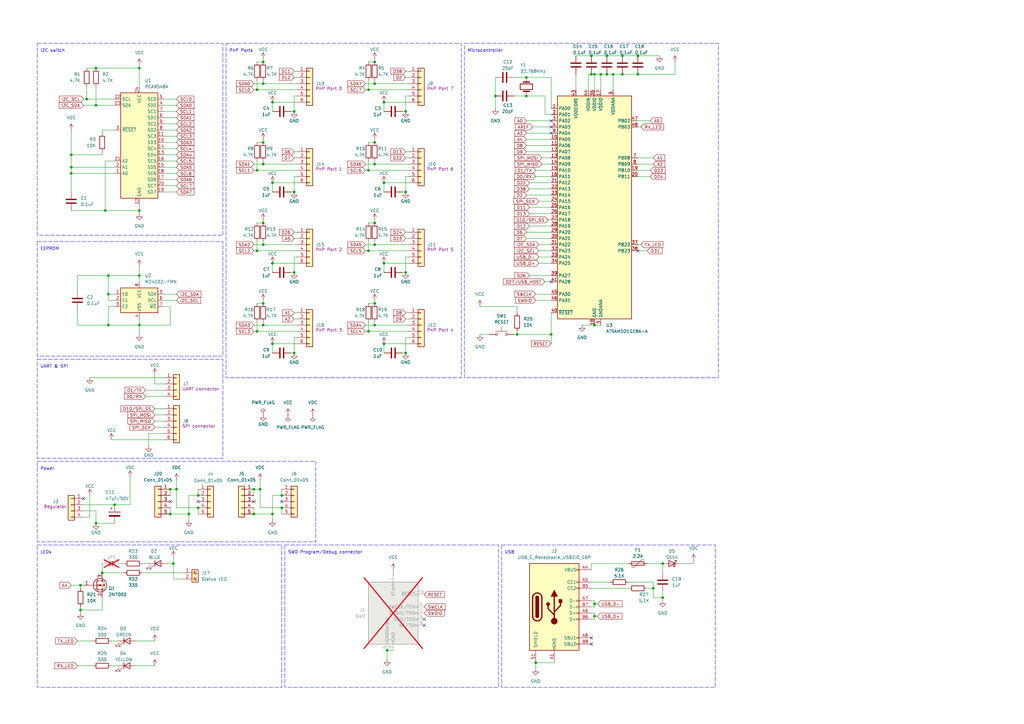
<source format=kicad_sch>
(kicad_sch (version 20231120) (generator "eeschema") (generator_version "8.0")
  (paper "A3")
  (title_block (title "PlugAndPlay SAMD21 Development Board") (date "2024-11-11") (company "A.B. Yazamut") (comment 1 "Inspired by SparkFun's SAMD21 Dev and Qwiic Mux"))
  (junction (at 153.67 67.31))
  (junction (at 44.45 133.35))
  (junction (at 215.9 39.37))
  (junction (at 107.95 67.31))
  (junction (at 151.13 36.83))
  (junction (at 267.97 241.3))
  (junction (at 29.21 71.12))
  (junction (at 107.95 25.4))
  (junction (at 158.75 266.7))
  (junction (at 153.67 100.33))
  (junction (at 261.62 30.48))
  (junction (at 151.13 69.85))
  (junction (at 226.06 137.16))
  (junction (at 111.76 107.95))
  (junction (at 57.15 86.36))
  (junction (at 44.45 113.03))
  (junction (at 81.28 203.2))
  (junction (at 166.37 45.72))
  (junction (at 29.21 68.58))
  (junction (at 57.15 113.03))
  (junction (at 111.76 41.91))
  (junction (at 107.95 34.29))
  (junction (at 106.68 200.66))
  (junction (at 111.76 210.82))
  (junction (at 261.62 22.86))
  (junction (at 251.46 30.48))
  (junction (at 243.84 252.73))
  (junction (at 33.02 240.03))
  (junction (at 39.37 27.94))
  (junction (at 71.12 231.14))
  (junction (at 107.95 91.44))
  (junction (at 41.91 234.95))
  (junction (at 157.48 41.91))
  (junction (at 243.84 247.65))
  (junction (at 29.21 63.5))
  (junction (at 157.48 74.93))
  (junction (at 72.39 200.66))
  (junction (at 248.92 30.48))
  (junction (at 69.85 210.82))
  (junction (at 43.18 86.36))
  (junction (at 35.56 40.64))
  (junction (at 104.14 200.66))
  (junction (at 166.37 78.74))
  (junction (at 203.2 39.37))
  (junction (at 77.47 210.82))
  (junction (at 57.15 133.35))
  (junction (at 57.15 27.94))
  (junction (at 44.45 120.65))
  (junction (at 104.14 210.82))
  (junction (at 153.67 124.46))
  (junction (at 215.9 31.75))
  (junction (at 120.65 78.74))
  (junction (at 120.65 144.78))
  (junction (at 120.65 45.72))
  (junction (at 255.27 30.48))
  (junction (at 81.28 208.28))
  (junction (at 107.95 133.35))
  (junction (at 111.76 74.93))
  (junction (at 153.67 58.42))
  (junction (at 243.84 133.35))
  (junction (at 151.13 102.87))
  (junction (at 105.41 135.89))
  (junction (at 39.37 43.18))
  (junction (at 219.71 271.78))
  (junction (at 246.38 30.48))
  (junction (at 153.67 91.44))
  (junction (at 115.57 203.2))
  (junction (at 255.27 22.86))
  (junction (at 151.13 135.89))
  (junction (at 271.78 245.11))
  (junction (at 107.95 124.46))
  (junction (at 271.78 231.14))
  (junction (at 107.95 100.33))
  (junction (at 166.37 144.78))
  (junction (at 153.67 133.35))
  (junction (at 111.76 140.97))
  (junction (at 157.48 107.95))
  (junction (at 153.67 34.29))
  (junction (at 105.41 102.87))
  (junction (at 157.48 140.97))
  (junction (at 248.92 22.86))
  (junction (at 39.37 214.63))
  (junction (at 120.65 111.76))
  (junction (at 69.85 200.66))
  (junction (at 107.95 58.42))
  (junction (at 243.84 30.48))
  (junction (at 105.41 36.83))
  (junction (at 242.57 22.86))
  (junction (at 166.37 111.76))
  (junction (at 46.99 207.01))
  (junction (at 242.57 30.48))
  (junction (at 33.02 250.19))
  (junction (at 115.57 208.28))
  (junction (at 105.41 69.85))
  (junction (at 153.67 25.4))
  (junction (at 212.09 137.16))
  (no_connect (at 81.28 205.74))
  (no_connect (at 226.06 54.61))
  (no_connect (at 261.62 102.87))
  (no_connect (at 242.57 261.62))
  (no_connect (at 34.29 204.47))
  (no_connect (at 115.57 205.74))
  (no_connect (at 173.99 254))
  (no_connect (at 226.06 115.57))
  (no_connect (at 226.06 52.07))
  (no_connect (at 104.14 205.74))
  (no_connect (at 242.57 264.16))
  (no_connect (at 173.99 256.54))
  (no_connect (at 69.85 205.74))
  (no_connect (at 226.06 49.53))
  (wire (pts (xy 107.95 132.08) (xy 107.95 133.35)))
  (wire (pts (xy 39.37 43.18) (xy 46.99 43.18)))
  (wire (pts (xy 60.96 177.8) (xy 60.96 182.88)))
  (wire (pts (xy 107.95 133.35) (xy 121.92 133.35)))
  (wire (pts (xy 167.64 72.39) (xy 166.37 72.39)))
  (wire (pts (xy 149.86 133.35) (xy 153.67 133.35)))
  (wire (pts (xy 266.7 69.85) (xy 261.62 69.85)))
  (wire (pts (xy 151.13 36.83) (xy 167.64 36.83)))
  (wire (pts (xy 215.9 49.53) (xy 226.06 49.53)))
  (wire (pts (xy 111.76 213.36) (xy 111.76 210.82)))
  (wire (pts (xy 72.39 200.66) (xy 72.39 208.28)))
  (wire (pts (xy 107.95 34.29) (xy 121.92 34.29)))
  (wire (pts (xy 81.28 203.2) (xy 77.47 203.2)))
  (wire (pts (xy 265.43 102.87) (xy 261.62 102.87)))
  (wire (pts (xy 31.75 273.05) (xy 38.1 273.05)))
  (wire (pts (xy 67.31 68.58) (xy 72.39 68.58)))
  (wire (pts (xy 226.06 31.75) (xy 226.06 44.45)))
  (wire (pts (xy 105.41 91.44) (xy 107.95 91.44)))
  (wire (pts (xy 217.17 74.93) (xy 226.06 74.93)))
  (wire (pts (xy 248.92 22.86) (xy 255.27 22.86)))
  (wire (pts (xy 121.92 138.43) (xy 120.65 138.43)))
  (wire (pts (xy 39.37 27.94) (xy 57.15 27.94)))
  (wire (pts (xy 149.86 69.85) (xy 151.13 69.85)))
  (wire (pts (xy 166.37 128.27) (xy 167.64 128.27)))
  (wire (pts (xy 120.65 31.75) (xy 121.92 31.75)))
  (wire (pts (xy 106.68 200.66) (xy 106.68 208.28)))
  (wire (pts (xy 107.95 90.17) (xy 107.95 91.44)))
  (wire (pts (xy 266.7 72.39) (xy 261.62 72.39)))
  (wire (pts (xy 63.5 170.18) (xy 67.31 170.18)))
  (wire (pts (xy 67.31 73.66) (xy 72.39 73.66)))
  (wire (pts (xy 267.97 67.31) (xy 261.62 67.31)))
  (wire (pts (xy 57.15 130.81) (xy 57.15 133.35)))
  (wire (pts (xy 153.67 33.02) (xy 153.67 34.29)))
  (wire (pts (xy 57.15 133.35) (xy 69.85 133.35)))
  (wire (pts (xy 157.48 41.91) (xy 157.48 45.72)))
  (wire (pts (xy 41.91 53.34) (xy 46.99 53.34)))
  (wire (pts (xy 236.22 22.86) (xy 242.57 22.86)))
  (wire (pts (xy 107.95 33.02) (xy 107.95 34.29)))
  (wire (pts (xy 153.67 24.13) (xy 153.67 25.4)))
  (wire (pts (xy 215.9 59.69) (xy 226.06 59.69)))
  (wire (pts (xy 67.31 66.04) (xy 72.39 66.04)))
  (wire (pts (xy 111.76 210.82) (xy 104.14 210.82)))
  (wire (pts (xy 242.57 231.14) (xy 257.81 231.14)))
  (wire (pts (xy 166.37 130.81) (xy 167.64 130.81)))
  (wire (pts (xy 166.37 64.77) (xy 167.64 64.77)))
  (wire (pts (xy 41.91 245.11) (xy 41.91 250.19)))
  (wire (pts (xy 165.1 78.74) (xy 166.37 78.74)))
  (wire (pts (xy 121.92 72.39) (xy 120.65 72.39)))
  (wire (pts (xy 67.31 123.19) (xy 72.39 123.19)))
  (wire (pts (xy 166.37 95.25) (xy 167.64 95.25)))
  (wire (pts (xy 226.06 137.16) (xy 226.06 140.97)))
  (wire (pts (xy 35.56 27.94) (xy 39.37 27.94)))
  (wire (pts (xy 246.38 30.48) (xy 248.92 30.48)))
  (wire (pts (xy 31.75 127) (xy 31.75 133.35)))
  (wire (pts (xy 151.13 66.04) (xy 151.13 69.85)))
  (wire (pts (xy 215.9 97.79) (xy 226.06 97.79)))
  (wire (pts (xy 63.5 175.26) (xy 67.31 175.26)))
  (wire (pts (xy 242.57 233.68) (xy 242.57 231.14)))
  (wire (pts (xy 149.86 36.83) (xy 151.13 36.83)))
  (wire (pts (xy 44.45 120.65) (xy 46.99 120.65)))
  (wire (pts (xy 104.14 100.33) (xy 107.95 100.33)))
  (wire (pts (xy 217.17 77.47) (xy 226.06 77.47)))
  (wire (pts (xy 67.31 58.42) (xy 72.39 58.42)))
  (wire (pts (xy 243.84 254) (xy 242.57 254)))
  (wire (pts (xy 31.75 119.38) (xy 31.75 113.03)))
  (wire (pts (xy 71.12 231.14) (xy 71.12 228.6)))
  (wire (pts (xy 41.91 63.5) (xy 29.21 63.5)))
  (wire (pts (xy 220.98 102.87) (xy 226.06 102.87)))
  (wire (pts (xy 153.67 99.06) (xy 153.67 100.33)))
  (wire (pts (xy 55.88 262.89) (xy 63.5 262.89)))
  (wire (pts (xy 219.71 123.19) (xy 226.06 123.19)))
  (wire (pts (xy 243.84 248.92) (xy 242.57 248.92)))
  (wire (pts (xy 210.82 137.16) (xy 212.09 137.16)))
  (wire (pts (xy 67.31 76.2) (xy 72.39 76.2)))
  (wire (pts (xy 241.3 30.48) (xy 241.3 36.83)))
  (wire (pts (xy 218.44 52.07) (xy 226.06 52.07)))
  (wire (pts (xy 105.41 132.08) (xy 105.41 135.89)))
  (wire (pts (xy 72.39 208.28) (xy 81.28 208.28)))
  (wire (pts (xy 43.18 66.04) (xy 43.18 86.36)))
  (wire (pts (xy 105.41 99.06) (xy 105.41 102.87)))
  (wire (pts (xy 107.95 57.15) (xy 107.95 58.42)))
  (wire (pts (xy 276.86 25.4) (xy 276.86 30.48)))
  (wire (pts (xy 67.31 50.8) (xy 72.39 50.8)))
  (wire (pts (xy 53.34 195.58) (xy 53.34 207.01)))
  (wire (pts (xy 267.97 64.77) (xy 261.62 64.77)))
  (wire (pts (xy 161.29 233.68) (xy 161.29 236.22)))
  (wire (pts (xy 271.78 245.11) (xy 271.78 242.57)))
  (wire (pts (xy 120.65 128.27) (xy 121.92 128.27)))
  (wire (pts (xy 58.42 234.95) (xy 74.93 234.95)))
  (wire (pts (xy 157.48 74.93) (xy 157.48 78.74)))
  (wire (pts (xy 57.15 133.35) (xy 57.15 137.16)))
  (wire (pts (xy 57.15 109.22) (xy 57.15 113.03)))
  (wire (pts (xy 115.57 208.28) (xy 115.57 210.82)))
  (wire (pts (xy 219.71 271.78) (xy 227.33 271.78)))
  (wire (pts (xy 34.29 40.64) (xy 35.56 40.64)))
  (wire (pts (xy 105.41 69.85) (xy 121.92 69.85)))
  (wire (pts (xy 104.14 36.83) (xy 105.41 36.83)))
  (wire (pts (xy 243.84 251.46) (xy 243.84 252.73)))
  (wire (pts (xy 111.76 107.95) (xy 111.76 111.76)))
  (wire (pts (xy 35.56 35.56) (xy 35.56 40.64)))
  (wire (pts (xy 238.76 133.35) (xy 243.84 133.35)))
  (wire (pts (xy 153.67 57.15) (xy 153.67 58.42)))
  (wire (pts (xy 212.09 135.89) (xy 212.09 137.16)))
  (wire (pts (xy 36.83 154.94) (xy 67.31 154.94)))
  (wire (pts (xy 215.9 54.61) (xy 226.06 54.61)))
  (wire (pts (xy 44.45 123.19) (xy 44.45 120.65)))
  (wire (pts (xy 34.29 207.01) (xy 46.99 207.01)))
  (wire (pts (xy 59.69 160.02) (xy 67.31 160.02)))
  (wire (pts (xy 29.21 53.34) (xy 29.21 63.5)))
  (wire (pts (xy 33.02 241.3) (xy 33.02 240.03)))
  (wire (pts (xy 29.21 86.36) (xy 43.18 86.36)))
  (wire (pts (xy 67.31 55.88) (xy 72.39 55.88)))
  (wire (pts (xy 242.57 241.3) (xy 257.81 241.3)))
  (wire (pts (xy 153.67 66.04) (xy 153.67 67.31)))
  (wire (pts (xy 111.76 41.91) (xy 121.92 41.91)))
  (wire (pts (xy 121.92 39.37) (xy 120.65 39.37)))
  (wire (pts (xy 45.72 180.34) (xy 67.31 180.34)))
  (wire (pts (xy 77.47 203.2) (xy 77.47 210.82)))
  (wire (pts (xy 241.3 30.48) (xy 242.57 30.48)))
  (wire (pts (xy 265.43 231.14) (xy 271.78 231.14)))
  (wire (pts (xy 242.57 22.86) (xy 248.92 22.86)))
  (wire (pts (xy 149.86 100.33) (xy 153.67 100.33)))
  (wire (pts (xy 69.85 125.73) (xy 69.85 133.35)))
  (wire (pts (xy 120.65 64.77) (xy 121.92 64.77)))
  (wire (pts (xy 107.95 100.33) (xy 121.92 100.33)))
  (wire (pts (xy 105.41 102.87) (xy 121.92 102.87)))
  (wire (pts (xy 57.15 26.67) (xy 57.15 27.94)))
  (wire (pts (xy 120.65 138.43) (xy 120.65 144.78)))
  (wire (pts (xy 81.28 200.66) (xy 81.28 203.2)))
  (wire (pts (xy 120.65 72.39) (xy 120.65 78.74)))
  (wire (pts (xy 157.48 107.95) (xy 157.48 111.76)))
  (wire (pts (xy 59.69 162.56) (xy 67.31 162.56)))
  (wire (pts (xy 257.81 238.76) (xy 267.97 238.76)))
  (wire (pts (xy 151.13 102.87) (xy 167.64 102.87)))
  (wire (pts (xy 243.84 30.48) (xy 243.84 36.83)))
  (wire (pts (xy 104.14 67.31) (xy 107.95 67.31)))
  (wire (pts (xy 151.13 135.89) (xy 167.64 135.89)))
  (wire (pts (xy 265.43 241.3) (xy 267.97 241.3)))
  (wire (pts (xy 203.2 39.37) (xy 203.2 44.45)))
  (wire (pts (xy 46.99 66.04) (xy 43.18 66.04)))
  (wire (pts (xy 255.27 22.86) (xy 261.62 22.86)))
  (wire (pts (xy 67.31 43.18) (xy 72.39 43.18)))
  (wire (pts (xy 243.84 133.35) (xy 246.38 133.35)))
  (wire (pts (xy 81.28 208.28) (xy 81.28 210.82)))
  (wire (pts (xy 153.67 133.35) (xy 167.64 133.35)))
  (wire (pts (xy 243.84 252.73) (xy 243.84 254)))
  (wire (pts (xy 57.15 27.94) (xy 57.15 35.56)))
  (wire (pts (xy 67.31 45.72) (xy 72.39 45.72)))
  (wire (pts (xy 31.75 133.35) (xy 44.45 133.35)))
  (wire (pts (xy 151.13 25.4) (xy 153.67 25.4)))
  (wire (pts (xy 107.95 123.19) (xy 107.95 124.46)))
  (wire (pts (xy 29.21 240.03) (xy 33.02 240.03)))
  (wire (pts (xy 67.31 40.64) (xy 72.39 40.64)))
  (wire (pts (xy 106.68 208.28) (xy 115.57 208.28)))
  (wire (pts (xy 166.37 97.79) (xy 167.64 97.79)))
  (wire (pts (xy 262.89 100.33) (xy 261.62 100.33)))
  (wire (pts (xy 261.62 30.48) (xy 276.86 30.48)))
  (wire (pts (xy 203.2 31.75) (xy 203.2 39.37)))
  (wire (pts (xy 149.86 67.31) (xy 153.67 67.31)))
  (wire (pts (xy 107.95 67.31) (xy 121.92 67.31)))
  (wire (pts (xy 35.56 40.64) (xy 46.99 40.64)))
  (wire (pts (xy 157.48 74.93) (xy 167.64 74.93)))
  (wire (pts (xy 41.91 231.14) (xy 41.91 234.95)))
  (wire (pts (xy 107.95 99.06) (xy 107.95 100.33)))
  (wire (pts (xy 167.64 138.43) (xy 166.37 138.43)))
  (wire (pts (xy 151.13 58.42) (xy 153.67 58.42)))
  (wire (pts (xy 215.9 95.25) (xy 226.06 95.25)))
  (wire (pts (xy 166.37 105.41) (xy 166.37 111.76)))
  (wire (pts (xy 111.76 41.91) (xy 111.76 45.72)))
  (wire (pts (xy 149.86 102.87) (xy 151.13 102.87)))
  (wire (pts (xy 120.65 130.81) (xy 121.92 130.81)))
  (wire (pts (xy 267.97 238.76) (xy 267.97 241.3)))
  (wire (pts (xy 243.84 247.65) (xy 243.84 248.92)))
  (wire (pts (xy 251.46 30.48) (xy 255.27 30.48)))
  (wire (pts (xy 33.02 240.03) (xy 34.29 240.03)))
  (wire (pts (xy 245.11 247.65) (xy 243.84 247.65)))
  (wire (pts (xy 120.65 39.37) (xy 120.65 45.72)))
  (wire (pts (xy 212.09 125.73) (xy 196.85 125.73)))
  (wire (pts (xy 151.13 132.08) (xy 151.13 135.89)))
  (wire (pts (xy 67.31 60.96) (xy 72.39 60.96)))
  (wire (pts (xy 261.62 22.86) (xy 270.51 22.86)))
  (wire (pts (xy 226.06 46.99) (xy 223.52 46.99)))
  (wire (pts (xy 29.21 63.5) (xy 29.21 68.58)))
  (wire (pts (xy 120.65 29.21) (xy 121.92 29.21)))
  (wire (pts (xy 45.72 273.05) (xy 48.26 273.05)))
  (wire (pts (xy 106.68 196.85) (xy 106.68 200.66)))
  (wire (pts (xy 210.82 31.75) (xy 215.9 31.75)))
  (wire (pts (xy 217.17 85.09) (xy 226.06 85.09)))
  (wire (pts (xy 226.06 137.16) (xy 226.06 128.27)))
  (wire (pts (xy 271.78 246.38) (xy 271.78 245.11)))
  (wire (pts (xy 220.98 82.55) (xy 226.06 82.55)))
  (wire (pts (xy 105.41 135.89) (xy 121.92 135.89)))
  (wire (pts (xy 34.29 43.18) (xy 39.37 43.18)))
  (wire (pts (xy 119.38 144.78) (xy 120.65 144.78)))
  (wire (pts (xy 157.48 107.95) (xy 167.64 107.95)))
  (wire (pts (xy 57.15 83.82) (xy 57.15 86.36)))
  (wire (pts (xy 246.38 30.48) (xy 246.38 36.83)))
  (wire (pts (xy 104.14 34.29) (xy 107.95 34.29)))
  (wire (pts (xy 63.5 167.64) (xy 67.31 167.64)))
  (wire (pts (xy 104.14 135.89) (xy 105.41 135.89)))
  (wire (pts (xy 44.45 120.65) (xy 44.45 113.03)))
  (wire (pts (xy 120.65 62.23) (xy 121.92 62.23)))
  (wire (pts (xy 157.48 140.97) (xy 167.64 140.97)))
  (wire (pts (xy 67.31 78.74) (xy 72.39 78.74)))
  (wire (pts (xy 223.52 46.99) (xy 223.52 39.37)))
  (wire (pts (xy 104.14 208.28) (xy 104.14 210.82)))
  (wire (pts (xy 67.31 125.73) (xy 69.85 125.73)))
  (wire (pts (xy 255.27 30.48) (xy 261.62 30.48)))
  (wire (pts (xy 219.71 69.85) (xy 226.06 69.85)))
  (wire (pts (xy 219.71 271.78) (xy 219.71 274.32)))
  (wire (pts (xy 251.46 30.48) (xy 251.46 36.83)))
  (wire (pts (xy 236.22 30.48) (xy 236.22 36.83)))
  (wire (pts (xy 63.5 172.72) (xy 67.31 172.72)))
  (wire (pts (xy 34.29 209.55) (xy 39.37 209.55)))
  (wire (pts (xy 77.47 213.36) (xy 77.47 210.82)))
  (wire (pts (xy 105.41 124.46) (xy 107.95 124.46)))
  (wire (pts (xy 166.37 138.43) (xy 166.37 144.78)))
  (wire (pts (xy 43.18 86.36) (xy 57.15 86.36)))
  (wire (pts (xy 55.88 273.05) (xy 63.5 273.05)))
  (wire (pts (xy 58.42 231.14) (xy 60.96 231.14)))
  (wire (pts (xy 153.67 34.29) (xy 167.64 34.29)))
  (wire (pts (xy 120.65 105.41) (xy 120.65 111.76)))
  (wire (pts (xy 46.99 71.12) (xy 29.21 71.12)))
  (wire (pts (xy 105.41 25.4) (xy 107.95 25.4)))
  (wire (pts (xy 105.41 36.83) (xy 121.92 36.83)))
  (wire (pts (xy 166.37 31.75) (xy 167.64 31.75)))
  (wire (pts (xy 119.38 78.74) (xy 120.65 78.74)))
  (wire (pts (xy 57.15 86.36) (xy 57.15 87.63)))
  (wire (pts (xy 67.31 71.12) (xy 72.39 71.12)))
  (wire (pts (xy 153.67 132.08) (xy 153.67 133.35)))
  (wire (pts (xy 242.57 30.48) (xy 243.84 30.48)))
  (wire (pts (xy 111.76 140.97) (xy 121.92 140.97)))
  (wire (pts (xy 67.31 48.26) (xy 72.39 48.26)))
  (wire (pts (xy 31.75 113.03) (xy 44.45 113.03)))
  (wire (pts (xy 215.9 57.15) (xy 226.06 57.15)))
  (wire (pts (xy 158.75 266.7) (xy 158.75 270.51)))
  (wire (pts (xy 223.52 115.57) (xy 226.06 115.57)))
  (wire (pts (xy 77.47 210.82) (xy 69.85 210.82)))
  (wire (pts (xy 166.37 72.39) (xy 166.37 78.74)))
  (wire (pts (xy 44.45 125.73) (xy 44.45 133.35)))
  (wire (pts (xy 67.31 120.65) (xy 72.39 120.65)))
  (wire (pts (xy 36.83 212.09) (xy 34.29 212.09)))
  (wire (pts (xy 53.34 207.01) (xy 46.99 207.01)))
  (wire (pts (xy 196.85 137.16) (xy 200.66 137.16)))
  (wire (pts (xy 243.84 30.48) (xy 246.38 30.48)))
  (wire (pts (xy 215.9 80.01) (xy 226.06 80.01)))
  (wire (pts (xy 215.9 62.23) (xy 226.06 62.23)))
  (wire (pts (xy 151.13 33.02) (xy 151.13 36.83)))
  (wire (pts (xy 33.02 251.46) (xy 33.02 250.19)))
  (wire (pts (xy 153.67 67.31) (xy 167.64 67.31)))
  (wire (pts (xy 217.17 87.63) (xy 226.06 87.63)))
  (wire (pts (xy 46.99 68.58) (xy 29.21 68.58)))
  (wire (pts (xy 74.93 237.49) (xy 71.12 237.49)))
  (wire (pts (xy 39.37 35.56) (xy 39.37 43.18)))
  (wire (pts (xy 46.99 123.19) (xy 44.45 123.19)))
  (wire (pts (xy 107.95 24.13) (xy 107.95 25.4)))
  (wire (pts (xy 104.14 102.87) (xy 105.41 102.87)))
  (wire (pts (xy 111.76 107.95) (xy 121.92 107.95)))
  (wire (pts (xy 167.64 105.41) (xy 166.37 105.41)))
  (wire (pts (xy 121.92 105.41) (xy 120.65 105.41)))
  (wire (pts (xy 68.58 231.14) (xy 71.12 231.14)))
  (wire (pts (xy 149.86 34.29) (xy 153.67 34.29)))
  (wire (pts (xy 279.4 231.14) (xy 284.48 231.14)))
  (wire (pts (xy 67.31 157.48) (xy 63.5 157.48)))
  (wire (pts (xy 222.25 67.31) (xy 226.06 67.31)))
  (wire (pts (xy 167.64 39.37) (xy 166.37 39.37)))
  (wire (pts (xy 210.82 39.37) (xy 215.9 39.37)))
  (wire (pts (xy 223.52 39.37) (xy 215.9 39.37)))
  (wire (pts (xy 111.76 140.97) (xy 111.76 144.78)))
  (wire (pts (xy 165.1 111.76) (xy 166.37 111.76)))
  (wire (pts (xy 41.91 63.5) (xy 41.91 62.23)))
  (wire (pts (xy 224.79 90.17) (xy 226.06 90.17)))
  (wire (pts (xy 212.09 128.27) (xy 212.09 125.73)))
  (wire (pts (xy 67.31 63.5) (xy 72.39 63.5)))
  (wire (pts (xy 165.1 144.78) (xy 166.37 144.78)))
  (wire (pts (xy 166.37 62.23) (xy 167.64 62.23)))
  (wire (pts (xy 166.37 39.37) (xy 166.37 45.72)))
  (wire (pts (xy 33.02 248.92) (xy 33.02 250.19)))
  (wire (pts (xy 120.65 95.25) (xy 121.92 95.25)))
  (wire (pts (xy 49.53 231.14) (xy 50.8 231.14)))
  (wire (pts (xy 57.15 113.03) (xy 57.15 115.57)))
  (wire (pts (xy 39.37 214.63) (xy 46.99 214.63)))
  (wire (pts (xy 41.91 234.95) (xy 50.8 234.95)))
  (wire (pts (xy 157.48 41.91) (xy 167.64 41.91)))
  (wire (pts (xy 262.89 52.07) (xy 261.62 52.07)))
  (wire (pts (xy 67.31 177.8) (xy 60.96 177.8)))
  (wire (pts (xy 119.38 111.76) (xy 120.65 111.76)))
  (wire (pts (xy 105.41 66.04) (xy 105.41 69.85)))
  (wire (pts (xy 222.25 64.77) (xy 226.06 64.77)))
  (wire (pts (xy 104.14 69.85) (xy 105.41 69.85)))
  (wire (pts (xy 151.13 91.44) (xy 153.67 91.44)))
  (wire (pts (xy 45.72 262.89) (xy 48.26 262.89)))
  (wire (pts (xy 220.98 105.41) (xy 226.06 105.41)))
  (wire (pts (xy 166.37 29.21) (xy 167.64 29.21)))
  (wire (pts (xy 69.85 200.66) (xy 69.85 203.2)))
  (wire (pts (xy 153.67 90.17) (xy 153.67 91.44)))
  (wire (pts (xy 115.57 200.66) (xy 115.57 203.2)))
  (wire (pts (xy 29.21 71.12) (xy 29.21 68.58)))
  (wire (pts (xy 157.48 140.97) (xy 157.48 144.78)))
  (wire (pts (xy 267.97 241.3) (xy 267.97 245.11)))
  (wire (pts (xy 284.48 231.14) (xy 284.48 229.87)))
  (wire (pts (xy 243.84 246.38) (xy 243.84 247.65)))
  (wire (pts (xy 158.75 266.7) (xy 161.29 266.7)))
  (wire (pts (xy 107.95 66.04) (xy 107.95 67.31)))
  (wire (pts (xy 33.02 250.19) (xy 41.91 250.19)))
  (wire (pts (xy 217.17 92.71) (xy 226.06 92.71)))
  (wire (pts (xy 115.57 203.2) (xy 111.76 203.2)))
  (wire (pts (xy 69.85 200.66) (xy 72.39 200.66)))
  (wire (pts (xy 248.92 30.48) (xy 251.46 30.48)))
  (wire (pts (xy 165.1 45.72) (xy 166.37 45.72)))
  (wire (pts (xy 220.98 107.95) (xy 226.06 107.95)))
  (wire (pts (xy 226.06 31.75) (xy 215.9 31.75)))
  (wire (pts (xy 149.86 135.89) (xy 151.13 135.89)))
  (wire (pts (xy 44.45 113.03) (xy 57.15 113.03)))
  (wire (pts (xy 41.91 54.61) (xy 41.91 53.34)))
  (wire (pts (xy 120.65 97.79) (xy 121.92 97.79)))
  (wire (pts (xy 220.98 100.33) (xy 226.06 100.33)))
  (wire (pts (xy 212.09 137.16) (xy 226.06 137.16)))
  (wire (pts (xy 151.13 69.85) (xy 167.64 69.85)))
  (wire (pts (xy 119.38 45.72) (xy 120.65 45.72)))
  (wire (pts (xy 219.71 72.39) (xy 226.06 72.39)))
  (wire (pts (xy 267.97 245.11) (xy 271.78 245.11)))
  (wire (pts (xy 111.76 74.93) (xy 121.92 74.93)))
  (wire (pts (xy 104.14 133.35) (xy 107.95 133.35)))
  (wire (pts (xy 29.21 71.12) (xy 29.21 78.74)))
  (wire (pts (xy 104.14 200.66) (xy 104.14 203.2)))
  (wire (pts (xy 105.41 58.42) (xy 107.95 58.42)))
  (wire (pts (xy 151.13 99.06) (xy 151.13 102.87)))
  (wire (pts (xy 67.31 53.34) (xy 72.39 53.34)))
  (wire (pts (xy 243.84 252.73) (xy 245.11 252.73)))
  (wire (pts (xy 153.67 123.19) (xy 153.67 124.46)))
  (wire (pts (xy 71.12 237.49) (xy 71.12 231.14)))
  (wire (pts (xy 242.57 251.46) (xy 243.84 251.46)))
  (wire (pts (xy 266.7 49.53) (xy 261.62 49.53)))
  (wire (pts (xy 72.39 196.85) (xy 72.39 200.66)))
  (wire (pts (xy 242.57 238.76) (xy 250.19 238.76)))
  (wire (pts (xy 36.83 203.2) (xy 36.83 212.09)))
  (wire (pts (xy 111.76 203.2) (xy 111.76 210.82)))
  (wire (pts (xy 219.71 120.65) (xy 226.06 120.65)))
  (wire (pts (xy 69.85 208.28) (xy 69.85 210.82)))
  (wire (pts (xy 63.5 157.48) (xy 63.5 153.67)))
  (wire (pts (xy 271.78 231.14) (xy 271.78 234.95)))
  (wire (pts (xy 151.13 124.46) (xy 153.67 124.46)))
  (wire (pts (xy 105.41 33.02) (xy 105.41 36.83)))
  (wire (pts (xy 39.37 209.55) (xy 39.37 214.63)))
  (wire (pts (xy 111.76 74.93) (xy 111.76 78.74)))
  (wire (pts (xy 217.17 113.03) (xy 226.06 113.03)))
  (wire (pts (xy 153.67 100.33) (xy 167.64 100.33)))
  (wire (pts (xy 242.57 246.38) (xy 243.84 246.38)))
  (wire (pts (xy 44.45 133.35) (xy 57.15 133.35)))
  (wire (pts (xy 46.99 125.73) (xy 44.45 125.73)))
  (wire (pts (xy 104.14 200.66) (xy 106.68 200.66)))
  (wire (pts (xy 31.75 262.89) (xy 38.1 262.89)))
  (rectangle (start 15.24 223.52) (end 115.57 281.94) (stroke (width 0) (type dash)))
  (rectangle (start 15.24 189.23) (end 129.54 222.25) (stroke (width 0) (type dash)))
  (rectangle (start 113.03 236.22) (end 113.03 236.22))
  (rectangle (start 92.71 17.78) (end 189.23 154.94) (stroke (width 0) (type dash)))
  (rectangle (start 16.51 96.52) (end 16.51 96.52))
  (rectangle (start 207.01 17.78) (end 207.01 17.78))
  (rectangle (start 15.24 147.32) (end 91.44 187.96) (stroke (width 0) (type dash)))
  (rectangle (start 205.74 223.52) (end 293.37 281.94) (stroke (width 0) (type dash)))
  (rectangle (start 190.5 17.78) (end 294.64 154.94) (stroke (width 0) (type dash)))
  (rectangle (start 15.24 17.78) (end 91.44 96.52) (stroke (width 0) (type dash)))
  (rectangle (start 116.84 223.52) (end 204.47 281.94) (stroke (width 0) (type dash)))
  (rectangle (start 15.24 99.06) (end 91.44 146.05) (stroke (width 0) (type dash)))
  (text "Microcontroller" (at 191.77 21.59 0) (effects (font (size 1.27 1.27)) (justify left bottom)))
  (text "USB" (at 207.01 227.33 0) (effects (font (size 1.27 1.27)) (justify left bottom)))
  (text "Power" (at 16.51 193.04 0) (effects (font (size 1.27 1.27)) (justify left bottom)))
  (text "PnP Ports" (at 93.98 21.59 0) (effects (font (size 1.27 1.27)) (justify left bottom)))
  (text "LEDs" (at 16.51 227.33 0) (effects (font (size 1.27 1.27)) (justify left bottom)))
  (text "UART & SPI" (at 16.51 151.13 0) (effects (font (size 1.27 1.27)) (justify left bottom)))
  (text "I2C switch" (at 16.51 21.59 0) (effects (font (size 1.27 1.27)) (justify left bottom)))
  (text "SWD Program/Debug connector" (at 118.11 227.33 0) (effects (font (size 1.27 1.27)) (justify left bottom)))
  (text "EEPROM" (at 16.51 102.87 0) (effects (font (size 1.27 1.27)) (justify left bottom)))
  (global_label "SDA4" (shape input) (at 72.39 63.5 0) (property "Intersheetrefs" "${INTERSHEET_REFS}" (effects (hide yes))))
  (global_label "SCL7" (shape input) (at 72.39 76.2 0) (property "Intersheetrefs" "${INTERSHEET_REFS}" (effects (hide yes))))
  (global_label "USB_D+" (shape input) (at 220.98 107.95 180) (property "Intersheetrefs" "${INTERSHEET_REFS}" (effects (hide yes))))
  (global_label "SDA1" (shape input) (at 104.14 67.31 180) (property "Intersheetrefs" "${INTERSHEET_REFS}" (effects (hide yes))))
  (global_label "RX_LED" (shape input) (at 31.75 273.05 180) (property "Intersheetrefs" "${INTERSHEET_REFS}" (effects (hide yes))))
  (global_label "D8" (shape input) (at 215.9 59.69 180) (property "Intersheetrefs" "${INTERSHEET_REFS}" (effects (hide yes))))
  (global_label "D27{slash}USB_HOST" (shape input) (at 223.52 115.57 180) (property "Intersheetrefs" "${INTERSHEET_REFS}" (effects (hide yes))))
  (global_label "D8" (shape input) (at 166.37 128.27 180) (property "Intersheetrefs" "${INTERSHEET_REFS}" (effects (hide yes))))
  (global_label "D0{slash}RX" (shape input) (at 59.69 162.56 180) (property "Intersheetrefs" "${INTERSHEET_REFS}" (effects (hide yes))))
  (global_label "D1{slash}TX" (shape input) (at 59.69 160.02 180) (property "Intersheetrefs" "${INTERSHEET_REFS}" (effects (hide yes))))
  (global_label "AREF" (shape input) (at 218.44 52.07 180) (property "Intersheetrefs" "${INTERSHEET_REFS}" (effects (hide yes))))
  (global_label "D38" (shape input) (at 166.37 29.21 180) (property "Intersheetrefs" "${INTERSHEET_REFS}" (effects (hide yes))))
  (global_label "D13" (shape input) (at 166.37 62.23 180) (property "Intersheetrefs" "${INTERSHEET_REFS}" (effects (hide yes))))
  (global_label "A3" (shape input) (at 215.9 54.61 180) (property "Intersheetrefs" "${INTERSHEET_REFS}" (effects (hide yes))))
  (global_label "D7" (shape input) (at 120.65 64.77 180) (property "Intersheetrefs" "${INTERSHEET_REFS}" (effects (hide yes))))
  (global_label "D22" (shape input) (at 217.17 74.93 180) (property "Intersheetrefs" "${INTERSHEET_REFS}" (effects (hide yes))))
  (global_label "SCL4" (shape input) (at 149.86 135.89 180) (property "Intersheetrefs" "${INTERSHEET_REFS}" (effects (hide yes))))
  (global_label "USB_D-" (shape input) (at 220.98 105.41 180) (property "Intersheetrefs" "${INTERSHEET_REFS}" (effects (hide yes))))
  (global_label "D6" (shape input) (at 120.65 62.23 180) (property "Intersheetrefs" "${INTERSHEET_REFS}" (effects (hide yes))))
  (global_label "SCL0" (shape input) (at 72.39 40.64 0) (property "Intersheetrefs" "${INTERSHEET_REFS}" (effects (hide yes))))
  (global_label "D24" (shape input) (at 266.7 72.39 0) (property "Intersheetrefs" "${INTERSHEET_REFS}" (effects (hide yes))))
  (global_label "I2C_SDA" (shape input) (at 220.98 100.33 180) (property "Intersheetrefs" "${INTERSHEET_REFS}" (effects (hide yes))))
  (global_label "SWDIO" (shape input) (at 173.99 251.46 0) (property "Intersheetrefs" "${INTERSHEET_REFS}" (effects (hide yes))))
  (global_label "D0{slash}RX" (shape input) (at 219.71 72.39 180) (property "Intersheetrefs" "${INTERSHEET_REFS}" (effects (hide yes))))
  (global_label "D6" (shape input) (at 215.9 95.25 180) (property "Intersheetrefs" "${INTERSHEET_REFS}" (effects (hide yes))))
  (global_label "I2C_SCL" (shape input) (at 34.29 40.64 180) (property "Intersheetrefs" "${INTERSHEET_REFS}" (effects (hide yes))))
  (global_label "D7" (shape input) (at 215.9 97.79 180) (property "Intersheetrefs" "${INTERSHEET_REFS}" (effects (hide yes))))
  (global_label "SDA3" (shape input) (at 104.14 133.35 180) (property "Intersheetrefs" "${INTERSHEET_REFS}" (effects (hide yes))))
  (global_label "SWCLK" (shape input) (at 173.99 248.92 0) (property "Intersheetrefs" "${INTERSHEET_REFS}" (effects (hide yes))))
  (global_label "D9" (shape input) (at 215.9 62.23 180) (property "Intersheetrefs" "${INTERSHEET_REFS}" (effects (hide yes))))
  (global_label "A1" (shape input) (at 120.65 128.27 180) (property "Intersheetrefs" "${INTERSHEET_REFS}" (effects (hide yes))))
  (global_label "I2C_SDA" (shape input) (at 34.29 43.18 180) (property "Intersheetrefs" "${INTERSHEET_REFS}" (effects (hide yes))))
  (global_label "SDA5" (shape input) (at 149.86 100.33 180) (property "Intersheetrefs" "${INTERSHEET_REFS}" (effects (hide yes))))
  (global_label "D2" (shape input) (at 215.9 80.01 180) (property "Intersheetrefs" "${INTERSHEET_REFS}" (effects (hide yes))))
  (global_label "D26" (shape input) (at 217.17 113.03 180) (property "Intersheetrefs" "${INTERSHEET_REFS}" (effects (hide yes))))
  (global_label "SCL4" (shape input) (at 72.39 60.96 0) (property "Intersheetrefs" "${INTERSHEET_REFS}" (effects (hide yes))))
  (global_label "A5" (shape input) (at 266.7 49.53 0) (property "Intersheetrefs" "${INTERSHEET_REFS}" (effects (hide yes))))
  (global_label "SCL6" (shape input) (at 149.86 69.85 180) (property "Intersheetrefs" "${INTERSHEET_REFS}" (effects (hide yes))))
  (global_label "SWCLK" (shape input) (at 219.71 120.65 180) (property "Intersheetrefs" "${INTERSHEET_REFS}" (effects (hide yes))))
  (global_label "D11" (shape input) (at 217.17 85.09 180) (property "Intersheetrefs" "${INTERSHEET_REFS}" (effects (hide yes))))
  (global_label "SDA5" (shape input) (at 72.39 68.58 0) (property "Intersheetrefs" "${INTERSHEET_REFS}" (effects (hide yes))))
  (global_label "SCL1" (shape input) (at 104.14 69.85 180) (property "Intersheetrefs" "${INTERSHEET_REFS}" (effects (hide yes))))
  (global_label "A4" (shape input) (at 215.9 57.15 180) (property "Intersheetrefs" "${INTERSHEET_REFS}" (effects (hide yes))))
  (global_label "D38" (shape input) (at 217.17 77.47 180) (property "Intersheetrefs" "${INTERSHEET_REFS}" (effects (hide yes))))
  (global_label "SCL0" (shape input) (at 104.14 36.83 180) (property "Intersheetrefs" "${INTERSHEET_REFS}" (effects (hide yes))))
  (global_label "SDA6" (shape input) (at 72.39 73.66 0) (property "Intersheetrefs" "${INTERSHEET_REFS}" (effects (hide yes))))
  (global_label "SCL5" (shape input) (at 72.39 66.04 0) (property "Intersheetrefs" "${INTERSHEET_REFS}" (effects (hide yes))))
  (global_label "I2C_SDA" (shape input) (at 72.39 120.65 0) (property "Intersheetrefs" "${INTERSHEET_REFS}" (effects (hide yes))))
  (global_label "D1{slash}TX" (shape input) (at 219.71 69.85 180) (property "Intersheetrefs" "${INTERSHEET_REFS}" (effects (hide yes))))
  (global_label "A5" (shape input) (at 120.65 97.79 180) (property "Intersheetrefs" "${INTERSHEET_REFS}" (effects (hide yes))))
  (global_label "SDA7" (shape input) (at 72.39 78.74 0) (property "Intersheetrefs" "${INTERSHEET_REFS}" (effects (hide yes))))
  (global_label "I2C_SCL" (shape input) (at 220.98 102.87 180) (property "Intersheetrefs" "${INTERSHEET_REFS}" (effects (hide yes))))
  (global_label "SPI_MOSI" (shape input) (at 63.5 170.18 180) (property "Intersheetrefs" "${INTERSHEET_REFS}" (effects (hide yes))))
  (global_label "SPI_MISO" (shape input) (at 63.5 172.72 180) (property "Intersheetrefs" "${INTERSHEET_REFS}" (effects (hide yes))))
  (global_label "A0" (shape input) (at 215.9 49.53 180) (property "Intersheetrefs" "${INTERSHEET_REFS}" (effects (hide yes))))
  (global_label "D12" (shape input) (at 217.17 92.71 180) (property "Intersheetrefs" "${INTERSHEET_REFS}" (effects (hide yes))))
  (global_label "D2" (shape input) (at 166.37 31.75 180) (property "Intersheetrefs" "${INTERSHEET_REFS}" (effects (hide yes))))
  (global_label "A1" (shape input) (at 267.97 64.77 0) (property "Intersheetrefs" "${INTERSHEET_REFS}" (effects (hide yes))))
  (global_label "SPI_SCK" (shape input) (at 220.98 82.55 180) (property "Intersheetrefs" "${INTERSHEET_REFS}" (effects (hide yes))))
  (global_label "D22" (shape input) (at 166.37 64.77 180) (property "Intersheetrefs" "${INTERSHEET_REFS}" (effects (hide yes))))
  (global_label "D24" (shape input) (at 166.37 95.25 180) (property "Intersheetrefs" "${INTERSHEET_REFS}" (effects (hide yes))))
  (global_label "SCL3" (shape input) (at 72.39 55.88 0) (property "Intersheetrefs" "${INTERSHEET_REFS}" (effects (hide yes))))
  (global_label "SPI_MISO" (shape input) (at 222.25 67.31 180) (property "Intersheetrefs" "${INTERSHEET_REFS}" (effects (hide yes))))
  (global_label "SCL1" (shape input) (at 72.39 45.72 0) (property "Intersheetrefs" "${INTERSHEET_REFS}" (effects (hide yes))))
  (global_label "SDA4" (shape input) (at 149.86 133.35 180) (property "Intersheetrefs" "${INTERSHEET_REFS}" (effects (hide yes))))
  (global_label "RX_LED" (shape input) (at 262.89 52.07 0) (property "Intersheetrefs" "${INTERSHEET_REFS}" (effects (hide yes))))
  (global_label "D23" (shape input) (at 266.7 69.85 0) (property "Intersheetrefs" "${INTERSHEET_REFS}" (effects (hide yes))))
  (global_label "I2C_SCL" (shape input) (at 72.39 123.19 0) (property "Intersheetrefs" "${INTERSHEET_REFS}" (effects (hide yes))))
  (global_label "RESET" (shape input) (at 173.99 243.84 0) (property "Intersheetrefs" "${INTERSHEET_REFS}" (effects (hide yes))))
  (global_label "SPI_SCK" (shape input) (at 63.5 175.26 180) (property "Intersheetrefs" "${INTERSHEET_REFS}" (effects (hide yes))))
  (global_label "SDA2" (shape input) (at 72.39 53.34 0) (property "Intersheetrefs" "${INTERSHEET_REFS}" (effects (hide yes))))
  (global_label "USB_D-" (shape input) (at 245.11 247.65 0) (property "Intersheetrefs" "${INTERSHEET_REFS}" (effects (hide yes))))
  (global_label "SCL6" (shape input) (at 72.39 71.12 0) (property "Intersheetrefs" "${INTERSHEET_REFS}" (effects (hide yes))))
  (global_label "SDA0" (shape input) (at 72.39 43.18 0) (property "Intersheetrefs" "${INTERSHEET_REFS}" (effects (hide yes))))
  (global_label "SDA6" (shape input) (at 149.86 67.31 180) (property "Intersheetrefs" "${INTERSHEET_REFS}" (effects (hide yes))))
  (global_label "RESET" (shape input) (at 226.06 140.97 180) (property "Intersheetrefs" "${INTERSHEET_REFS}" (effects (hide yes))))
  (global_label "SPI_MOSI" (shape input) (at 222.25 64.77 180) (property "Intersheetrefs" "${INTERSHEET_REFS}" (effects (hide yes))))
  (global_label "USB_D+" (shape input) (at 245.11 252.73 0) (property "Intersheetrefs" "${INTERSHEET_REFS}" (effects (hide yes))))
  (global_label "SDA3" (shape input) (at 72.39 58.42 0) (property "Intersheetrefs" "${INTERSHEET_REFS}" (effects (hide yes))))
  (global_label "TX_LED" (shape input) (at 31.75 262.89 180) (property "Intersheetrefs" "${INTERSHEET_REFS}" (effects (hide yes))))
  (global_label "D10{slash}SPI_SS" (shape input) (at 63.5 167.64 180) (property "Intersheetrefs" "${INTERSHEET_REFS}" (effects (hide yes))))
  (global_label "D26" (shape input) (at 120.65 95.25 180) (property "Intersheetrefs" "${INTERSHEET_REFS}" (effects (hide yes))))
  (global_label "A4" (shape input) (at 29.21 240.03 180) (property "Intersheetrefs" "${INTERSHEET_REFS}" (effects (hide yes))))
  (global_label "D9" (shape input) (at 166.37 130.81 180) (property "Intersheetrefs" "${INTERSHEET_REFS}" (effects (hide yes))))
  (global_label "SCL2" (shape input) (at 104.14 102.87 180) (property "Intersheetrefs" "${INTERSHEET_REFS}" (effects (hide yes))))
  (global_label "SCL7" (shape input) (at 149.86 36.83 180) (property "Intersheetrefs" "${INTERSHEET_REFS}" (effects (hide yes))))
  (global_label "SDA7" (shape input) (at 149.86 34.29 180) (property "Intersheetrefs" "${INTERSHEET_REFS}" (effects (hide yes))))
  (global_label "A2" (shape input) (at 120.65 130.81 180) (property "Intersheetrefs" "${INTERSHEET_REFS}" (effects (hide yes))))
  (global_label "A2" (shape input) (at 267.97 67.31 0) (property "Intersheetrefs" "${INTERSHEET_REFS}" (effects (hide yes))))
  (global_label "D13" (shape input) (at 217.17 87.63 180) (property "Intersheetrefs" "${INTERSHEET_REFS}" (effects (hide yes))))
  (global_label "SDA1" (shape input) (at 72.39 48.26 0) (property "Intersheetrefs" "${INTERSHEET_REFS}" (effects (hide yes))))
  (global_label "SDA0" (shape input) (at 104.14 34.29 180) (property "Intersheetrefs" "${INTERSHEET_REFS}" (effects (hide yes))))
  (global_label "TX_LED" (shape input) (at 262.89 100.33 0) (property "Intersheetrefs" "${INTERSHEET_REFS}" (effects (hide yes))))
  (global_label "SCL5" (shape input) (at 149.86 102.87 180) (property "Intersheetrefs" "${INTERSHEET_REFS}" (effects (hide yes))))
  (global_label "D12" (shape input) (at 120.65 31.75 180) (property "Intersheetrefs" "${INTERSHEET_REFS}" (effects (hide yes))))
  (global_label "SDA2" (shape input) (at 104.14 100.33 180) (property "Intersheetrefs" "${INTERSHEET_REFS}" (effects (hide yes))))
  (global_label "SCL3" (shape input) (at 104.14 135.89 180) (property "Intersheetrefs" "${INTERSHEET_REFS}" (effects (hide yes))))
  (global_label "SWDIO" (shape input) (at 219.71 123.19 180) (property "Intersheetrefs" "${INTERSHEET_REFS}" (effects (hide yes))))
  (global_label "D23" (shape input) (at 166.37 97.79 180) (property "Intersheetrefs" "${INTERSHEET_REFS}" (effects (hide yes))))
  (global_label "D11" (shape input) (at 120.65 29.21 180) (property "Intersheetrefs" "${INTERSHEET_REFS}" (effects (hide yes))))
  (global_label "D31" (shape input) (at 265.43 102.87 0) (property "Intersheetrefs" "${INTERSHEET_REFS}" (effects (hide yes))))
  (global_label "D10{slash}SPI_SS" (shape input) (at 224.79 90.17 180) (property "Intersheetrefs" "${INTERSHEET_REFS}" (effects (hide yes))))
  (global_label "SCL2" (shape input) (at 72.39 50.8 0) (property "Intersheetrefs" "${INTERSHEET_REFS}" (effects (hide yes))))
  (symbol (lib_id "Switch:SW_Push") (at 205.74 137.16 0) (unit 1)
    (property "Reference" "SW1" (at 205.74 129.54 0))
    (property "Value" "RESET" (at 205.74 132.08 0))
    (property "Footprint" "Button_Switch_SMD:SW_Push_1P1T_XKB_TS-1187A" (effects (hide yes)))
    (property "MPN" "C318884" (effects (hide yes)))
    (property "Feeder" "12mm" (effects (hide yes)))
  )
  (symbol (lib_id "Device:C_Polarized") (at 46.99 210.82 0) (unit 1)
    (property "Reference" "C11" (at 43.18 201.93 0) (effects (justify left)))
    (property "Value" "47uF/50V" (at 43.18 204.47 0) (effects (justify left)))
    (property "Footprint" "Capacitor_SMD:C_Elec_6.3x7.7" (effects (hide yes)))
    (property "MPN" "C3349" (effects (hide yes)))
    (property "Feeder" "16mm" (effects (hide yes)))
  )
  (symbol (lib_id "Transistor_FET:2N7002") (at 39.37 240.03 0) (unit 1)
    (property "Reference" "Q1" (at 44.45 241.3 0) (effects (justify left)))
    (property "Value" "2N7002" (at 44.45 243.84 0) (effects (justify left)))
    (property "Footprint" "Package_TO_SOT_SMD:SOT-23" (effects (hide yes)))
    (property "Datasheet" "https://www.onsemi.com/pub/Collateral/NDS7002A-D.PDF" (effects (hide yes)))
    (property "MPN" "C916396" (effects (hide yes)))
    (property "Feeder" "8mm" (effects (hide yes)))
  )
  (symbol (lib_id "Device:C") (at 115.57 111.76 270) (unit 1)
    (property "Reference" "C7" (at 109.22 110.49 90))
    (property "Value" "1uF" (at 109.22 113.03 90))
    (property "Footprint" "Capacitor_SMD:C_0603_1608Metric" (effects (hide yes)))
    (property "MPN" "C1592" (effects (hide yes)))
    (property "Feeder" "8mm" (effects (hide yes)))
  )
  (symbol (lib_id "Device:C") (at 161.29 45.72 270) (unit 1)
    (property "Reference" "C3" (at 154.94 44.45 90))
    (property "Value" "1uF" (at 154.94 46.99 90))
    (property "Footprint" "Capacitor_SMD:C_0603_1608Metric" (effects (hide yes)))
    (property "MPN" "C1592" (effects (hide yes)))
    (property "Feeder" "8mm" (effects (hide yes)))
  )
  (symbol (lib_id "Device:C") (at 271.78 238.76 0) (unit 1)
    (property "Reference" "C19" (at 275.59 237.49 0) (effects (justify left)))
    (property "Value" "1uF" (at 275.59 240.03 0) (effects (justify left)))
    (property "Footprint" "Capacitor_SMD:C_0603_1608Metric" (effects (hide yes)))
    (property "MPN" "C1592" (effects (hide yes)))
    (property "Feeder" "8mm" (effects (hide yes)))
  )
  (symbol (lib_id "Connector_Generic:Conn_01x06") (at 172.72 100.33 0) (unit 1)
    (property "Reference" "J11" (at 175.26 100.33 0) (effects (justify left)))
    (property "Value" "JST_SH_SM06B-SRSS-TB_1x06-1MP_P1.00mm_Horizontal" (effects (hide yes)))
    (property "Footprint" "Connector_JST:JST_SH_SM06B-SRSS-TB_1x06-1MP_P1.00mm_Horizontal" (effects (hide yes)))
    (property "Description" "PnP Port 5" (at 180.594 102.362 0))
    (property "MPN" "C7430448" (effects (hide yes)))
    (property "Feeder" "16mm" (effects (hide yes)))
  )
  (symbol (lib_id "power:PWR_FLAG") (at 118.11 170.18 0) (mirror x) (unit 1)
    (property "Reference" "#FLG02" (effects (hide yes)))
    (property "Value" "PWR_FLAG" (at 118.11 175.26 0))
    (property "Description" "Special symbol for telling ERC where power comes from" (effects (hide yes)))
  )
  (symbol (lib_id "Device:C") (at 236.22 26.67 0) (unit 1)
    (property "Reference" "C14" (at 234.95 19.05 0) (effects (justify left)))
    (property "Value" "0.1uF" (at 234.95 21.59 0) (effects (justify left)))
    (property "Footprint" "Capacitor_SMD:C_0603_1608Metric" (effects (hide yes)))
    (property "MPN" "C14663" (effects (hide yes)))
    (property "Feeder" "8mm" (effects (hide yes)))
  )
  (symbol (lib_id "Device:LED") (at 64.77 231.14 0) (unit 1)
    (property "Reference" "D2" (at 63.1825 226.06 0))
    (property "Value" "BLUE" (at 63.5 228.6 0))
    (property "Footprint" "LED_SMD:LED_0603_1608Metric" (effects (hide yes)))
    (property "MPN" "C965807" (effects (hide yes)))
    (property "Feeder" "8mm" (effects (hide yes)))
  )
  (symbol (lib_id "Device:C") (at 207.01 31.75 90) (unit 1)
    (property "Reference" "C12" (at 208.28 25.4 90))
    (property "Value" "20pF" (at 208.28 27.94 90))
    (property "Footprint" "Capacitor_SMD:C_0603_1608Metric" (effects (hide yes)))
    (property "MPN" "C105621" (effects (hide yes)))
    (property "Feeder" "8mm" (effects (hide yes)))
  )
  (symbol (lib_id "Connector_Generic:Conn_01x04") (at 72.39 157.48 0) (unit 1)
    (property "Reference" "J7" (at 74.93 157.48 0) (effects (justify left)))
    (property "Value" "JST_SH_SM04B-SRSS-TB_1x04-1MP_P1.00mm_Horizontal" (effects (hide yes)))
    (property "Footprint" "Connector_JST:JST_SH_SM04B-SRSS-TB_1x04-1MP_P1.00mm_Horizontal" (effects (hide yes)))
    (property "Description" "UART connector" (at 82.296 159.512 0))
    (property "MPN" "C7430446" (effects (hide yes)))
    (property "Feeder" "16mm" (effects (hide yes)))
  )
  (symbol (lib_id "Device:C") (at 161.29 144.78 270) (unit 1)
    (property "Reference" "C10" (at 154.94 143.51 90))
    (property "Value" "1uF" (at 154.94 146.05 90))
    (property "Footprint" "Capacitor_SMD:C_0603_1608Metric" (effects (hide yes)))
    (property "MPN" "C1592" (effects (hide yes)))
    (property "Feeder" "8mm" (effects (hide yes)))
  )
  (symbol (lib_id "Device:Polyfuse") (at 261.62 231.14 90) (unit 1)
    (property "Reference" "F1" (at 261.62 225.552 90))
    (property "Value" "2.2A" (at 261.62 228.092 90))
    (property "Footprint" "Fuse:Fuse_1206_3216Metric" (effects (hide yes)))
    (property "MPN" "C89654" (effects (hide yes)))
    (property "Feeder" "8mm" (effects (hide yes)))
  )
  (symbol (lib_id "power:VCC") (at 111.76 107.95 0) (unit 1)
    (property "Reference" "#PWR031" (effects (hide yes)))
    (property "Value" "VCC" (at 111.76 104.14 0))
    (property "Description" "Power symbol creates a global label with name \"VCC\"" (effects (hide yes)))
  )
  (symbol (lib_id "power:VCC") (at 29.21 53.34 0) (unit 1)
    (property "Reference" "#PWR010" (effects (hide yes)))
    (property "Value" "VCC" (at 29.21 48.26 0))
    (property "Description" "Power symbol creates a global label with name \"VCC\"" (effects (hide yes)))
  )
  (symbol (lib_id "Device:C") (at 115.57 78.74 270) (unit 1)
    (property "Reference" "C5" (at 109.22 77.47 90))
    (property "Value" "1uF" (at 109.22 80.01 90))
    (property "Footprint" "Capacitor_SMD:C_0603_1608Metric" (effects (hide yes)))
    (property "MPN" "C1592" (effects (hide yes)))
    (property "Feeder" "8mm" (effects (hide yes)))
  )
  (symbol (lib_id "power:VCC") (at 111.76 140.97 0) (unit 1)
    (property "Reference" "#PWR020" (effects (hide yes)))
    (property "Value" "VCC" (at 111.76 137.16 0))
    (property "Description" "Power symbol creates a global label with name \"VCC\"" (effects (hide yes)))
  )
  (symbol (lib_id "power:GND") (at 166.37 144.78 0) (unit 1)
    (property "Reference" "#PWR058" (effects (hide yes)))
    (property "Value" "GND" (at 166.37 148.59 0))
    (property "Description" "Power symbol creates a global label with name \"GND\" , ground" (effects (hide yes)))
  )
  (symbol (lib_id "Device:R") (at 153.67 128.27 0) (unit 1)
    (property "Reference" "R19" (at 154.94 127 0) (effects (justify left)))
    (property "Value" "4.7K" (at 154.94 129.54 0) (effects (justify left)))
    (property "Footprint" "Resistor_SMD:R_0603_1608Metric" (effects (hide yes)))
    (property "MPN" "C23162" (effects (hide yes)))
    (property "Feeder" "8mm" (effects (hide yes)))
  )
  (symbol (lib_id "Device:C") (at 31.75 123.19 0) (unit 1)
    (property "Reference" "C2" (at 35.56 121.92 0) (effects (justify left)))
    (property "Value" "0.1uF" (at 35.56 124.46 0) (effects (justify left)))
    (property "Footprint" "Capacitor_SMD:C_0603_1608Metric" (effects (hide yes)))
    (property "MPN" "C14663" (effects (hide yes)))
    (property "Feeder" "8mm" (effects (hide yes)))
  )
  (symbol (lib_id "power:VCC") (at 107.95 24.13 0) (unit 1)
    (property "Reference" "#PWR011" (effects (hide yes)))
    (property "Value" "VCC" (at 107.95 20.32 0))
    (property "Description" "Power symbol creates a global label with name \"VCC\"" (effects (hide yes)))
  )
  (symbol (lib_id "Device:C") (at 207.01 39.37 90) (unit 1)
    (property "Reference" "C13" (at 208.28 43.18 90))
    (property "Value" "20pF" (at 208.28 45.72 90))
    (property "Footprint" "Capacitor_SMD:C_0603_1608Metric" (effects (hide yes)))
    (property "MPN" "C105621" (effects (hide yes)))
    (property "Feeder" "8mm" (effects (hide yes)))
  )
  (symbol (lib_id "power:PWR_FLAG") (at 107.95 170.18 0) (unit 1)
    (property "Reference" "#FLG01" (effects (hide yes)))
    (property "Value" "PWR_FLAG" (at 107.95 165.1 0))
    (property "Description" "Special symbol for telling ERC where power comes from" (effects (hide yes)))
  )
  (symbol (lib_id "power:GND") (at 270.51 22.86 0) (unit 1)
    (property "Reference" "#PWR037" (effects (hide yes)))
    (property "Value" "GND" (at 270.51 27.94 0))
    (property "Description" "Power symbol creates a global label with name \"GND\" , ground" (effects (hide yes)))
  )
  (symbol (lib_id "Device:R") (at 105.41 29.21 0) (mirror y) (unit 1)
    (property "Reference" "R6" (at 104.14 27.94 0) (effects (justify left)))
    (property "Value" "4.7K" (at 104.14 30.48 0) (effects (justify left)))
    (property "Footprint" "Resistor_SMD:R_0603_1608Metric" (effects (hide yes)))
    (property "MPN" "C23162" (effects (hide yes)))
    (property "Feeder" "8mm" (effects (hide yes)))
  )
  (symbol (lib_id "power:VCC") (at 157.48 41.91 0) (unit 1)
    (property "Reference" "#PWR053" (effects (hide yes)))
    (property "Value" "VCC" (at 157.48 38.1 0))
    (property "Description" "Power symbol creates a global label with name \"VCC\"" (effects (hide yes)))
  )
  (symbol (lib_id "power:VCC") (at 111.76 41.91 0) (unit 1)
    (property "Reference" "#PWR012" (effects (hide yes)))
    (property "Value" "VCC" (at 111.76 38.1 0))
    (property "Description" "Power symbol creates a global label with name \"VCC\"" (effects (hide yes)))
  )
  (symbol (lib_id "power:GND") (at 39.37 214.63 0) (unit 1)
    (property "Reference" "#PWR05" (effects (hide yes)))
    (property "Value" "GND" (at 39.37 218.44 0))
    (property "Description" "Power symbol creates a global label with name \"GND\" , ground" (effects (hide yes)))
  )
  (symbol (lib_id "power:VCC") (at 157.48 74.93 0) (unit 1)
    (property "Reference" "#PWR029" (effects (hide yes)))
    (property "Value" "VCC" (at 157.48 71.12 0))
    (property "Description" "Power symbol creates a global label with name \"VCC\"" (effects (hide yes)))
  )
  (symbol (lib_id "Device:R") (at 107.95 128.27 0) (unit 1)
    (property "Reference" "R17" (at 109.22 127 0) (effects (justify left)))
    (property "Value" "4.7K" (at 109.22 129.54 0) (effects (justify left)))
    (property "Footprint" "Resistor_SMD:R_0603_1608Metric" (effects (hide yes)))
    (property "MPN" "C23162" (effects (hide yes)))
    (property "Feeder" "8mm" (effects (hide yes)))
  )
  (symbol (lib_id "Device:R") (at 105.41 128.27 0) (mirror y) (unit 1)
    (property "Reference" "R16" (at 104.14 127 0) (effects (justify left)))
    (property "Value" "4.7K" (at 104.14 129.54 0) (effects (justify left)))
    (property "Footprint" "Resistor_SMD:R_0603_1608Metric" (effects (hide yes)))
    (property "MPN" "C23162" (effects (hide yes)))
    (property "Feeder" "8mm" (effects (hide yes)))
  )
  (symbol (lib_id "Device:R") (at 254 238.76 90) (unit 1)
    (property "Reference" "R26" (at 254 233.68 90))
    (property "Value" "5.1K" (at 254 236.22 90))
    (property "Footprint" "Resistor_SMD:R_0603_1608Metric" (effects (hide yes)))
    (property "MPN" "C23186" (effects (hide yes)))
    (property "Feeder" "8mm" (effects (hide yes)))
  )
  (symbol (lib_id "Connector_Generic:Conn_01x05") (at 99.06 205.74 0) (mirror y) (unit 1)
    (property "Reference" "J5" (at 99.06 194.31 0))
    (property "Value" "Conn_01x05" (at 99.06 196.85 0))
    (property "Footprint" "Library:PinSocket_1x05_P2.54mm_Vertical_SMD_Pin1Right" (effects (hide yes)))
    (property "Description" "Generic connector, single row, 01x05, script generated (kicad-library-utils/schlib/autogen/connector/)" (effects (hide yes)))
    (property "MPN" "RealRun" (effects (hide yes)))
    (property "Feeder" "24mm" (effects (hide yes)))
  )
  (symbol (lib_id "power:VCC") (at 57.15 26.67 0) (unit 1)
    (property "Reference" "#PWR08" (effects (hide yes)))
    (property "Value" "VCC" (at 57.15 21.59 0))
    (property "Description" "Power symbol creates a global label with name \"VCC\"" (effects (hide yes)))
  )
  (symbol (lib_id "Device:R") (at 212.09 132.08 0) (unit 1)
    (property "Reference" "R20" (at 214.63 130.81 0) (effects (justify left)))
    (property "Value" "10K" (at 214.63 133.35 0) (effects (justify left)))
    (property "Footprint" "Resistor_SMD:R_0603_1608Metric" (effects (hide yes)))
    (property "MPN" "C25804" (effects (hide yes)))
    (property "Feeder" "8mm" (effects (hide yes)))
  )
  (symbol (lib_id "power:GND") (at 120.65 45.72 0) (unit 1)
    (property "Reference" "#PWR054" (effects (hide yes)))
    (property "Value" "GND" (at 120.65 49.53 0))
    (property "Description" "Power symbol creates a global label with name \"GND\" , ground" (effects (hide yes)))
  )
  (symbol (lib_id "Connector_Generic:Conn_01x05") (at 120.65 205.74 0) (unit 1)
    (property "Reference" "J6" (at 119.38 194.31 0) (effects (justify left)))
    (property "Value" "Conn_01x05" (at 114.808 196.85 0) (effects (justify left)))
    (property "Footprint" "Library:PinSocket_1x05_P2.54mm_Vertical_SMD_Pin1Left" (effects (hide yes)))
    (property "Description" "Generic connector, single row, 01x05, script generated (kicad-library-utils/schlib/autogen/connector/)" (effects (hide yes)))
    (property "MPN" "RealRun" (effects (hide yes)))
    (property "Feeder" "24mm" (effects (hide yes)))
  )
  (symbol (lib_id "power:PWR_FLAG") (at 128.27 170.18 0) (mirror x) (unit 1)
    (property "Reference" "#FLG03" (effects (hide yes)))
    (property "Value" "PWR_FLAG" (at 128.27 175.26 0))
    (property "Description" "Special symbol for telling ERC where power comes from" (effects (hide yes)))
  )
  (symbol (lib_id "Device:R") (at 39.37 31.75 0) (unit 1)
    (property "Reference" "R2" (at 41.91 30.48 0) (effects (justify left)))
    (property "Value" "4.7K" (at 41.91 33.02 0) (effects (justify left)))
    (property "Footprint" "Resistor_SMD:R_0603_1608Metric" (effects (hide yes)))
    (property "MPN" "C23162" (effects (hide yes)))
    (property "Feeder" "8mm" (effects (hide yes)))
  )
  (symbol (lib_id "Device:R") (at 41.91 58.42 0) (mirror y) (unit 1)
    (property "Reference" "R3" (at 39.37 57.15 0) (effects (justify left)))
    (property "Value" "10K" (at 39.37 59.69 0) (effects (justify left)))
    (property "Footprint" "Resistor_SMD:R_0603_1608Metric" (effects (hide yes)))
    (property "MPN" "C25804" (effects (hide yes)))
    (property "Feeder" "8mm" (effects (hide yes)))
  )
  (symbol (lib_id "Device:R") (at 151.13 29.21 0) (mirror y) (unit 1)
    (property "Reference" "R4" (at 149.86 27.94 0) (effects (justify left)))
    (property "Value" "4.7K" (at 149.86 30.48 0) (effects (justify left)))
    (property "Footprint" "Resistor_SMD:R_0603_1608Metric" (effects (hide yes)))
    (property "MPN" "C23162" (effects (hide yes)))
    (property "Feeder" "8mm" (effects (hide yes)))
  )
  (symbol (lib_id "power:GND") (at 238.76 133.35 0) (unit 1)
    (property "Reference" "#PWR04" (effects (hide yes)))
    (property "Value" "GND" (at 238.76 138.43 0))
    (property "Description" "Power symbol creates a global label with name \"GND\" , ground" (effects (hide yes)))
  )
  (symbol (lib_id "Device:Crystal") (at 215.9 35.56 90) (mirror x) (unit 1)
    (property "Reference" "Y1" (at 213.36 26.67 90) (effects (justify right)))
    (property "Value" "32.768KHz" (at 213.36 29.21 90) (effects (justify right)))
    (property "Footprint" "Crystal:Crystal_SMD_3215-2Pin_3.2x1.5mm" (effects (hide yes)))
    (property "MPN" "C620155" (effects (hide yes)))
    (property "Feeder" "12mm" (effects (hide yes)))
  )
  (symbol (lib_id "power:VCC") (at 153.67 57.15 0) (unit 1)
    (property "Reference" "#PWR025" (effects (hide yes)))
    (property "Value" "VCC" (at 153.67 53.34 0))
    (property "Description" "Power symbol creates a global label with name \"VCC\"" (effects (hide yes)))
  )
  (symbol (lib_id "Device:R") (at 107.95 95.25 0) (unit 1)
    (property "Reference" "R13" (at 109.22 93.98 0) (effects (justify left)))
    (property "Value" "4.7K" (at 109.22 96.52 0) (effects (justify left)))
    (property "Footprint" "Resistor_SMD:R_0603_1608Metric" (effects (hide yes)))
    (property "MPN" "C23162" (effects (hide yes)))
    (property "Feeder" "8mm" (effects (hide yes)))
  )
  (symbol (lib_id "Device:R") (at 54.61 231.14 90) (unit 1)
    (property "Reference" "R23" (at 54.61 226.06 90))
    (property "Value" "330" (at 54.61 228.6 90))
    (property "Footprint" "Resistor_SMD:R_0603_1608Metric" (effects (hide yes)))
    (property "MPN" "C23138" (effects (hide yes)))
    (property "Feeder" "8mm" (effects (hide yes)))
  )
  (symbol (lib_id "power:VCC") (at 161.29 233.68 0) (unit 1)
    (property "Reference" "#PWR043" (effects (hide yes)))
    (property "Value" "VCC" (at 161.29 228.6 0))
    (property "Description" "Power symbol creates a global label with name \"VCC\"" (effects (hide yes)))
  )
  (symbol (lib_id "power:VCC") (at 153.67 90.17 0) (unit 1)
    (property "Reference" "#PWR035" (effects (hide yes)))
    (property "Value" "VCC" (at 153.67 86.36 0))
    (property "Description" "Power symbol creates a global label with name \"VCC\"" (effects (hide yes)))
  )
  (symbol (lib_id "power:VDC") (at 128.27 170.18 0) (unit 1)
    (property "Reference" "#PWR047" (effects (hide yes)))
    (property "Value" "VDC" (at 128.27 165.1 0))
    (property "Description" "Power symbol creates a global label with name \"VDC\"" (effects (hide yes)))
  )
  (symbol (lib_id "power:VCC") (at 36.83 203.2 0) (unit 1)
    (property "Reference" "#PWR06" (effects (hide yes)))
    (property "Value" "VCC" (at 36.83 199.39 0))
    (property "Description" "Power symbol creates a global label with name \"VCC\"" (effects (hide yes)))
  )
  (symbol (lib_id "Device:R") (at 153.67 62.23 0) (unit 1)
    (property "Reference" "R11" (at 154.94 60.96 0) (effects (justify left)))
    (property "Value" "4.7K" (at 154.94 63.5 0) (effects (justify left)))
    (property "Footprint" "Resistor_SMD:R_0603_1608Metric" (effects (hide yes)))
    (property "MPN" "C23162" (effects (hide yes)))
    (property "Feeder" "8mm" (effects (hide yes)))
  )
  (symbol (lib_id "Connector_Generic:Conn_01x06") (at 127 133.35 0) (unit 1)
    (property "Reference" "J16" (at 129.54 133.35 0) (effects (justify left)))
    (property "Value" "JST_SH_SM06B-SRSS-TB_1x06-1MP_P1.00mm_Horizontal" (effects (hide yes)))
    (property "Footprint" "Connector_JST:JST_SH_SM06B-SRSS-TB_1x06-1MP_P1.00mm_Horizontal" (effects (hide yes)))
    (property "Description" "PnP Port 3" (at 134.874 135.382 0))
    (property "MPN" "C7430448" (effects (hide yes)))
    (property "Feeder" "16mm" (effects (hide yes)))
  )
  (symbol (lib_id "Device:R") (at 105.41 62.23 0) (mirror y) (unit 1)
    (property "Reference" "R8" (at 104.14 60.96 0) (effects (justify left)))
    (property "Value" "4.7K" (at 104.14 63.5 0) (effects (justify left)))
    (property "Footprint" "Resistor_SMD:R_0603_1608Metric" (effects (hide yes)))
    (property "MPN" "C23162" (effects (hide yes)))
    (property "Feeder" "8mm" (effects (hide yes)))
  )
  (symbol (lib_id "power:GND") (at 120.65 78.74 0) (unit 1)
    (property "Reference" "#PWR055" (effects (hide yes)))
    (property "Value" "GND" (at 120.65 82.55 0))
    (property "Description" "Power symbol creates a global label with name \"GND\" , ground" (effects (hide yes)))
  )
  (symbol (lib_id "power:VCC") (at 107.95 123.19 0) (unit 1)
    (property "Reference" "#PWR019" (effects (hide yes)))
    (property "Value" "VCC" (at 107.95 119.38 0))
    (property "Description" "Power symbol creates a global label with name \"VCC\"" (effects (hide yes)))
  )
  (symbol (lib_id "power:GND") (at 107.95 170.18 0) (unit 1)
    (property "Reference" "#PWR015" (effects (hide yes)))
    (property "Value" "GND" (at 107.95 173.99 0))
    (property "Description" "Power symbol creates a global label with name \"GND\" , ground" (effects (hide yes)))
  )
  (symbol (lib_id "Device:C") (at 115.57 45.72 270) (unit 1)
    (property "Reference" "C4" (at 109.22 44.45 90))
    (property "Value" "1uF" (at 109.22 46.99 90))
    (property "Footprint" "Capacitor_SMD:C_0603_1608Metric" (effects (hide yes)))
    (property "MPN" "C1592" (effects (hide yes)))
    (property "Feeder" "8mm" (effects (hide yes)))
  )
  (symbol (lib_id "power:VDC") (at 72.39 196.85 0) (unit 1)
    (property "Reference" "#PWR049" (effects (hide yes)))
    (property "Value" "VDC" (at 72.39 191.77 0))
    (property "Description" "Power symbol creates a global label with name \"VDC\"" (effects (hide yes)))
  )
  (symbol (lib_id "Device:R") (at 107.95 62.23 0) (unit 1)
    (property "Reference" "R9" (at 109.22 60.96 0) (effects (justify left)))
    (property "Value" "4.7K" (at 109.22 63.5 0) (effects (justify left)))
    (property "Footprint" "Resistor_SMD:R_0603_1608Metric" (effects (hide yes)))
    (property "MPN" "C23162" (effects (hide yes)))
    (property "Feeder" "8mm" (effects (hide yes)))
  )
  (symbol (lib_id "power:GND") (at 57.15 87.63 0) (unit 1)
    (property "Reference" "#PWR09" (effects (hide yes)))
    (property "Value" "GND" (at 57.15 92.71 0))
    (property "Description" "Power symbol creates a global label with name \"GND\" , ground" (effects (hide yes)))
  )
  (symbol (lib_id "power:GND") (at 33.02 251.46 0) (unit 1)
    (property "Reference" "#PWR040" (effects (hide yes)))
    (property "Value" "GND" (at 33.02 256.54 0))
    (property "Description" "Power symbol creates a global label with name \"GND\" , ground" (effects (hide yes)))
  )
  (symbol (lib_id "Connector:Screw_Terminal_01x02") (at 80.01 234.95 0) (unit 1)
    (property "Reference" "J17" (at 82.55 234.95 0) (effects (justify left)))
    (property "Value" "Status LED" (at 82.55 237.49 0) (effects (justify left)))
    (property "Footprint" "TerminalBlock_TE-Connectivity:TerminalBlock_TE_282834-2_1x02_P2.54mm_Horizontal" (effects (hide yes)))
    (property "MPN" "C695629" (effects (hide yes)))
  )
  (symbol (lib_id "power:VDC") (at 53.34 195.58 0) (unit 1)
    (property "Reference" "#PWR02" (effects (hide yes)))
    (property "Value" "VDC" (at 53.34 191.77 0))
    (property "Description" "Power symbol creates a global label with name \"VDC\"" (effects (hide yes)))
  )
  (symbol (lib_id "power:GND") (at 120.65 144.78 0) (unit 1)
    (property "Reference" "#PWR060" (effects (hide yes)))
    (property "Value" "GND" (at 120.65 148.59 0))
    (property "Description" "Power symbol creates a global label with name \"GND\" , ground" (effects (hide yes)))
  )
  (symbol (lib_id "power:GND") (at 203.2 44.45 0) (unit 1)
    (property "Reference" "#PWR03" (effects (hide yes)))
    (property "Value" "GND" (at 203.2 49.53 0))
    (property "Description" "Power symbol creates a global label with name \"GND\" , ground" (effects (hide yes)))
  )
  (symbol (lib_id "Device:R") (at 41.91 262.89 90) (unit 1)
    (property "Reference" "R24" (at 41.91 257.81 90))
    (property "Value" "330" (at 41.91 260.35 90))
    (property "Footprint" "Resistor_SMD:R_0603_1608Metric" (effects (hide yes)))
    (property "MPN" "C23138" (effects (hide yes)))
    (property "Feeder" "8mm" (effects (hide yes)))
  )
  (symbol (lib_id "Connector_Generic:Conn_01x06") (at 172.72 133.35 0) (unit 1)
    (property "Reference" "J12" (at 175.26 133.35 0) (effects (justify left)))
    (property "Value" "JST_SH_SM06B-SRSS-TB_1x06-1MP_P1.00mm_Horizontal" (effects (hide yes)))
    (property "Footprint" "Connector_JST:JST_SH_SM06B-SRSS-TB_1x06-1MP_P1.00mm_Horizontal" (effects (hide yes)))
    (property "Description" "PnP Port 4" (at 180.594 135.382 0))
    (property "MPN" "C7430448" (effects (hide yes)))
    (property "Feeder" "16mm" (effects (hide yes)))
  )
  (symbol (lib_id "power:GND") (at 120.65 111.76 0) (unit 1)
    (property "Reference" "#PWR059" (effects (hide yes)))
    (property "Value" "GND" (at 120.65 115.57 0))
    (property "Description" "Power symbol creates a global label with name \"GND\" , ground" (effects (hide yes)))
  )
  (symbol (lib_id "Device:R") (at 41.91 273.05 90) (unit 1)
    (property "Reference" "R25" (at 41.91 267.97 90))
    (property "Value" "330" (at 41.91 270.51 90))
    (property "Footprint" "Resistor_SMD:R_0603_1608Metric" (effects (hide yes)))
    (property "MPN" "C23138" (effects (hide yes)))
    (property "Feeder" "8mm" (effects (hide yes)))
  )
  (symbol (lib_id "power:VCC") (at 45.72 180.34 0) (unit 1)
    (property "Reference" "#PWR017" (effects (hide yes)))
    (property "Value" "VCC" (at 45.72 176.53 0))
    (property "Description" "Power symbol creates a global label with name \"VCC\"" (effects (hide yes)))
  )
  (symbol (lib_id "power:GND") (at 57.15 137.16 0) (unit 1)
    (property "Reference" "#PWR016" (effects (hide yes)))
    (property "Value" "GND" (at 57.15 142.24 0))
    (property "Description" "Power symbol creates a global label with name \"GND\" , ground" (effects (hide yes)))
  )
  (symbol (lib_id "Device:R") (at 35.56 31.75 0) (mirror y) (unit 1)
    (property "Reference" "R1" (at 33.02 30.48 0) (effects (justify left)))
    (property "Value" "4.7K" (at 33.02 33.02 0) (effects (justify left)))
    (property "Footprint" "Resistor_SMD:R_0603_1608Metric" (effects (hide yes)))
    (property "MPN" "C23162" (effects (hide yes)))
    (property "Feeder" "8mm" (effects (hide yes)))
  )
  (symbol (lib_id "power:VCC") (at 118.11 170.18 0) (unit 1)
    (property "Reference" "#PWR028" (effects (hide yes)))
    (property "Value" "VCC" (at 118.11 165.1 0))
    (property "Description" "Power symbol creates a global label with name \"VCC\"" (effects (hide yes)))
  )
  (symbol (lib_id "power:VCC") (at 153.67 24.13 0) (unit 1)
    (property "Reference" "#PWR051" (effects (hide yes)))
    (property "Value" "VCC" (at 153.67 20.32 0))
    (property "Description" "Power symbol creates a global label with name \"VCC\"" (effects (hide yes)))
  )
  (symbol (lib_id "Device:R") (at 107.95 29.21 0) (unit 1)
    (property "Reference" "R7" (at 109.22 27.94 0) (effects (justify left)))
    (property "Value" "4.7K" (at 109.22 30.48 0) (effects (justify left)))
    (property "Footprint" "Resistor_SMD:R_0603_1608Metric" (effects (hide yes)))
    (property "MPN" "C23162" (effects (hide yes)))
    (property "Feeder" "8mm" (effects (hide yes)))
  )
  (symbol (lib_id "Connector_Generic:Conn_01x05") (at 86.36 205.74 0) (unit 1)
    (property "Reference" "J4" (at 85.09 194.31 0) (effects (justify left)))
    (property "Value" "Conn_01x05" (at 79.502 197.104 0) (effects (justify left)))
    (property "Footprint" "Library:PinSocket_1x05_P2.54mm_Vertical_SMD_Pin1Left" (effects (hide yes)))
    (property "Description" "Generic connector, single row, 01x05, script generated (kicad-library-utils/schlib/autogen/connector/)" (effects (hide yes)))
    (property "MPN" "RealRun" (effects (hide yes)))
    (property "Feeder" "24mm" (effects (hide yes)))
  )
  (symbol (lib_id "power:GND") (at 36.83 154.94 0) (unit 1)
    (property "Reference" "#PWR013" (effects (hide yes)))
    (property "Value" "GND" (at 36.83 160.02 0))
    (property "Description" "Power symbol creates a global label with name \"GND\" , ground" (effects (hide yes)))
  )
  (symbol (lib_id "Device:C") (at 248.92 26.67 0) (unit 1)
    (property "Reference" "C16" (at 247.65 19.05 0) (effects (justify left)))
    (property "Value" "0.1uF" (at 247.65 21.59 0) (effects (justify left)))
    (property "Footprint" "Capacitor_SMD:C_0603_1608Metric" (effects (hide yes)))
    (property "MPN" "C14663" (effects (hide yes)))
    (property "Feeder" "8mm" (effects (hide yes)))
  )
  (symbol (lib_id "power:VCC") (at 71.12 228.6 0) (unit 1)
    (property "Reference" "#PWR041" (effects (hide yes)))
    (property "Value" "VCC" (at 71.12 224.79 0))
    (property "Description" "Power symbol creates a global label with name \"VCC\"" (effects (hide yes)))
  )
  (symbol (lib_id "MCU_Microchip_SAMD:ATSAMD21G18A-A") (at 243.84 85.09 0) (unit 1)
    (property "Reference" "U3" (at 248.5741 133.35 0) (effects (justify left)))
    (property "Value" "ATSAMD21G18A-A" (at 248.5741 135.89 0) (effects (justify left)))
    (property "Footprint" "Package_QFP:TQFP-48_7x7mm_P0.5mm" (effects (hide yes)))
    (property "Datasheet" "http://ww1.microchip.com/downloads/en/DeviceDoc/SAM_D21_DA1_Family_Data%20Sheet_DS40001882E.pdf" (effects (hide yes)))
    (property "MPN" "C78624" (effects (hide yes)))
    (property "Feeder" "Tray" (effects (hide yes)))
  )
  (symbol (lib_id "power:GND") (at 166.37 111.76 0) (unit 1)
    (property "Reference" "#PWR057" (effects (hide yes)))
    (property "Value" "GND" (at 166.37 115.57 0))
    (property "Description" "Power symbol creates a global label with name \"GND\" , ground" (effects (hide yes)))
  )
  (symbol (lib_id "Connector_Generic:Conn_01x06") (at 127 67.31 0) (unit 1)
    (property "Reference" "J14" (at 129.54 67.31 0) (effects (justify left)))
    (property "Value" "JST_SH_SM06B-SRSS-TB_1x06-1MP_P1.00mm_Horizontal" (effects (hide yes)))
    (property "Footprint" "Connector_JST:JST_SH_SM06B-SRSS-TB_1x06-1MP_P1.00mm_Horizontal" (effects (hide yes)))
    (property "Description" "PnP Port 1" (at 134.874 69.342 0))
    (property "MPN" "C7430448" (effects (hide yes)))
    (property "Feeder" "16mm" (effects (hide yes)))
  )
  (symbol (lib_id "power:VCC") (at 196.85 125.73 0) (unit 1)
    (property "Reference" "#PWR024" (effects (hide yes)))
    (property "Value" "VCC" (at 196.85 120.65 0))
    (property "Description" "Power symbol creates a global label with name \"VCC\"" (effects (hide yes)))
  )
  (symbol (lib_id "power:GND") (at 166.37 45.72 0) (unit 1)
    (property "Reference" "#PWR052" (effects (hide yes)))
    (property "Value" "GND" (at 166.37 49.53 0))
    (property "Description" "Power symbol creates a global label with name \"GND\" , ground" (effects (hide yes)))
  )
  (symbol (lib_id "power:GND") (at 219.71 274.32 0) (unit 1)
    (property "Reference" "#PWR038" (effects (hide yes)))
    (property "Value" "GND" (at 219.71 279.4 0))
    (property "Description" "Power symbol creates a global label with name \"GND\" , ground" (effects (hide yes)))
  )
  (symbol (lib_id "power:GND") (at 77.47 213.36 0) (unit 1)
    (property "Reference" "#PWR048" (effects (hide yes)))
    (property "Value" "GND" (at 77.47 218.44 0))
    (property "Description" "Power symbol creates a global label with name \"GND\" , ground" (effects (hide yes)))
  )
  (symbol (lib_id "Device:C") (at 161.29 78.74 270) (unit 1)
    (property "Reference" "C6" (at 154.94 77.47 90))
    (property "Value" "1uF" (at 154.94 80.01 90))
    (property "Footprint" "Capacitor_SMD:C_0603_1608Metric" (effects (hide yes)))
    (property "MPN" "C1592" (effects (hide yes)))
    (property "Feeder" "8mm" (effects (hide yes)))
  )
  (symbol (lib_id "Device:C") (at 255.27 26.67 0) (unit 1)
    (property "Reference" "C17" (at 254 19.05 0) (effects (justify left)))
    (property "Value" "0.1uF" (at 254 21.59 0) (effects (justify left)))
    (property "Footprint" "Capacitor_SMD:C_0603_1608Metric" (effects (hide yes)))
    (property "MPN" "C14663" (effects (hide yes)))
    (property "Feeder" "8mm" (effects (hide yes)))
  )
  (symbol (lib_id "Device:R") (at 153.67 29.21 0) (unit 1)
    (property "Reference" "R5" (at 154.94 27.94 0) (effects (justify left)))
    (property "Value" "4.7K" (at 154.94 30.48 0) (effects (justify left)))
    (property "Footprint" "Resistor_SMD:R_0603_1608Metric" (effects (hide yes)))
    (property "MPN" "C23162" (effects (hide yes)))
    (property "Feeder" "8mm" (effects (hide yes)))
  )
  (symbol (lib_id "Device:R") (at 33.02 245.11 0) (unit 1)
    (property "Reference" "R21" (at 35.56 243.84 0) (effects (justify left)))
    (property "Value" "10K" (at 35.56 246.38 0) (effects (justify left)))
    (property "Footprint" "Resistor_SMD:R_0603_1608Metric" (effects (hide yes)))
    (property "MPN" "C25804" (effects (hide yes)))
    (property "Feeder" "8mm" (effects (hide yes)))
  )
  (symbol (lib_id "power:VDC") (at 106.68 196.85 0) (unit 1)
    (property "Reference" "#PWR01" (effects (hide yes)))
    (property "Value" "VDC" (at 106.68 191.77 0))
    (property "Description" "Power symbol creates a global label with name \"VDC\"" (effects (hide yes)))
  )
  (symbol (lib_id "power:GND") (at 271.78 246.38 0) (unit 1)
    (property "Reference" "#PWR046" (effects (hide yes)))
    (property "Value" "GND" (at 271.78 251.46 0))
    (property "Description" "Power symbol creates a global label with name \"GND\" , ground" (effects (hide yes)))
  )
  (symbol (lib_id "Device:R") (at 54.61 234.95 90) (unit 1)
    (property "Reference" "R22" (at 54.61 237.49 90))
    (property "Value" "330" (at 54.61 240.03 90))
    (property "Footprint" "Resistor_SMD:R_0603_1608Metric" (effects (hide yes)))
    (property "MPN" "C23138" (effects (hide yes)))
    (property "Feeder" "8mm" (effects (hide yes)))
  )
  (symbol (lib_id "Device:R") (at 151.13 95.25 0) (mirror y) (unit 1)
    (property "Reference" "R14" (at 149.86 93.98 0) (effects (justify left)))
    (property "Value" "4.7K" (at 149.86 96.52 0) (effects (justify left)))
    (property "Footprint" "Resistor_SMD:R_0603_1608Metric" (effects (hide yes)))
    (property "MPN" "C23162" (effects (hide yes)))
    (property "Feeder" "8mm" (effects (hide yes)))
  )
  (symbol (lib_id "power:VCC") (at 153.67 123.19 0) (unit 1)
    (property "Reference" "#PWR026" (effects (hide yes)))
    (property "Value" "VCC" (at 153.67 119.38 0))
    (property "Description" "Power symbol creates a global label with name \"VCC\"" (effects (hide yes)))
  )
  (symbol (lib_id "Jumper:SolderJumper_2_Bridged") (at 45.72 231.14 0) (unit 1) (in_bom no) (dnp yes)
    (property "Reference" "JP1" (at 45.72 228.6 0))
    (property "Value" "SolderJumper_2_Bridged" (effects (hide yes)))
    (property "Footprint" "Jumper:SolderJumper-2_P1.3mm_Bridged_RoundedPad1.0x1.5mm" (effects (hide yes)))
  )
  (symbol (lib_id "power:GND") (at 158.75 270.51 0) (unit 1)
    (property "Reference" "#PWR044" (effects (hide yes)))
    (property "Value" "GND" (at 158.75 275.59 0))
    (property "Description" "Power symbol creates a global label with name \"GND\" , ground" (effects (hide yes)))
  )
  (symbol (lib_id "power:VCC") (at 276.86 25.4 0) (unit 1)
    (property "Reference" "#PWR032" (effects (hide yes)))
    (property "Value" "VCC" (at 276.86 20.32 0))
    (property "Description" "Power symbol creates a global label with name \"VCC\"" (effects (hide yes)))
  )
  (symbol (lib_id "Connector_Generic:Conn_01x06") (at 127 100.33 0) (unit 1)
    (property "Reference" "J15" (at 129.54 100.33 0) (effects (justify left)))
    (property "Value" "JST_SH_SM06B-SRSS-TB_1x06-1MP_P1.00mm_Horizontal" (effects (hide yes)))
    (property "Footprint" "Connector_JST:JST_SH_SM06B-SRSS-TB_1x06-1MP_P1.00mm_Horizontal" (effects (hide yes)))
    (property "Description" "PnP Port 2" (at 134.874 102.362 0))
    (property "MPN" "C7430448" (effects (hide yes)))
    (property "Feeder" "16mm" (effects (hide yes)))
  )
  (symbol (lib_id "Device:D_Schottky") (at 275.59 231.14 0) (mirror y) (unit 1)
    (property "Reference" "D5" (at 275.59 226.06 0))
    (property "Value" "SS14" (at 275.59 228.6 0))
    (property "Footprint" "Diode_SMD:D_SMA" (effects (hide yes)))
    (property "MPN" "C2480" (effects (hide yes)))
    (property "Feeder" "12mm" (effects (hide yes)))
  )
  (symbol (lib_id "power:VCC") (at 63.5 262.89 0) (unit 1)
    (property "Reference" "#PWR023" (effects (hide yes)))
    (property "Value" "VCC" (at 63.5 257.81 0))
    (property "Description" "Power symbol creates a global label with name \"VCC\"" (effects (hide yes)))
  )
  (symbol (lib_id "power:GND") (at 111.76 213.36 0) (unit 1)
    (property "Reference" "#PWR050" (effects (hide yes)))
    (property "Value" "GND" (at 111.76 218.44 0))
    (property "Description" "Power symbol creates a global label with name \"GND\" , ground" (effects (hide yes)))
  )
  (symbol (lib_id "Device:LED") (at 52.07 262.89 0) (unit 1)
    (property "Reference" "D3" (at 50.4825 257.81 0))
    (property "Value" "GREEN" (at 50.8 260.35 0))
    (property "Footprint" "LED_SMD:LED_0603_1608Metric" (effects (hide yes)))
    (property "MPN" "C965804" (effects (hide yes)))
    (property "Feeder" "8mm" (effects (hide yes)))
  )
  (symbol (lib_id "power:VCC") (at 63.5 153.67 0) (unit 1)
    (property "Reference" "#PWR014" (effects (hide yes)))
    (property "Value" "VCC" (at 63.5 149.86 0))
    (property "Description" "Power symbol creates a global label with name \"VCC\"" (effects (hide yes)))
  )
  (symbol (lib_id "Connector_Generic:Conn_01x04") (at 29.21 207.01 0) (mirror y) (unit 1)
    (property "Reference" "J3" (at 22.86 205.74 0))
    (property "Value" "PinSocket_1x04_P2.54mm_Vertical_SMD_Pin1Left" (effects (hide yes)))
    (property "Footprint" "Library:PinSocket_1x04_P2.54mm_Vertical_SMD_Pin1Left" (effects (hide yes)))
    (property "Description" "Regulator" (at 22.606 207.772 0))
    (property "MPN" "C20071191" (effects (hide yes)))
    (property "Feeder" "24mm" (effects (hide yes)))
  )
  (symbol (lib_id "power:VCC") (at 107.95 90.17 0) (unit 1)
    (property "Reference" "#PWR027" (effects (hide yes)))
    (property "Value" "VCC" (at 107.95 86.36 0))
    (property "Description" "Power symbol creates a global label with name \"VCC\"" (effects (hide yes)))
  )
  (symbol (lib_id "power:VCC") (at 157.48 107.95 0) (unit 1)
    (property "Reference" "#PWR036" (effects (hide yes)))
    (property "Value" "VCC" (at 157.48 104.14 0))
    (property "Description" "Power symbol creates a global label with name \"VCC\"" (effects (hide yes)))
  )
  (symbol (lib_id "Connector_Generic:Conn_01x06") (at 72.39 172.72 0) (unit 1)
    (property "Reference" "J8" (at 74.93 172.72 0) (effects (justify left)))
    (property "Value" "JST_SH_SM06B-SRSS-TB_1x06-1MP_P1.00mm_Horizontal" (effects (hide yes)))
    (property "Footprint" "Connector_JST:JST_SH_SM06B-SRSS-TB_1x06-1MP_P1.00mm_Horizontal" (effects (hide yes)))
    (property "Description" "SPI connector" (at 81.534 174.752 0))
    (property "MPN" "C7430448" (effects (hide yes)))
    (property "Feeder" "16mm" (effects (hide yes)))
  )
  (symbol (lib_id "Connector:USB_C_Receptacle_USB2.0_16P") (at 227.33 248.92 0) (unit 1)
    (property "Reference" "J2" (at 227.33 226.06 0))
    (property "Value" "USB_C_Receptacle_USB2.0_16P" (at 227.33 228.6 0))
    (property "Footprint" "Library:USB_C_Receptacle_G-Switch_GT-USB-7010ASV" (effects (hide yes)))
    (property "Datasheet" "https://www.usb.org/sites/default/files/documents/usb_type-c.zip" (effects (hide yes)))
    (property "MPN" "C2988369" (effects (hide yes)))
    (property "Feeder" "24mm" (effects (hide yes)))
  )
  (symbol (lib_id "Connector_Generic:Conn_01x06") (at 127 34.29 0) (unit 1)
    (property "Reference" "J13" (at 129.54 34.29 0) (effects (justify left)))
    (property "Value" "JST_SH_SM06B-SRSS-TB_1x06-1MP_P1.00mm_Horizontal" (effects (hide yes)))
    (property "Footprint" "Connector_JST:JST_SH_SM06B-SRSS-TB_1x06-1MP_P1.00mm_Horizontal" (effects (hide yes)))
    (property "Description" "PnP Port 0" (at 134.874 36.322 0))
    (property "MPN" "C7430448" (effects (hide yes)))
    (property "Feeder" "16mm" (effects (hide yes)))
  )
  (symbol (lib_id "Connector_Generic:Conn_01x06") (at 172.72 34.29 0) (unit 1)
    (property "Reference" "J9" (at 175.26 34.29 0) (effects (justify left)))
    (property "Value" "JST_SH_SM06B-SRSS-TB_1x06-1MP_P1.00mm_Horizontal" (effects (hide yes)))
    (property "Footprint" "Connector_JST:JST_SH_SM06B-SRSS-TB_1x06-1MP_P1.00mm_Horizontal" (effects (hide yes)))
    (property "Description" "PnP Port 7" (at 180.594 36.322 0))
    (property "MPN" "C7430448" (effects (hide yes)))
    (property "Feeder" "16mm" (effects (hide yes)))
  )
  (symbol (lib_id "power:VCC") (at 57.15 109.22 0) (unit 1)
    (property "Reference" "#PWR039" (effects (hide yes)))
    (property "Value" "VCC" (at 57.15 104.14 0))
    (property "Description" "Power symbol creates a global label with name \"VCC\"" (effects (hide yes)))
  )
  (symbol (lib_id "Memory_EEPROM:M24C02-FMN") (at 57.15 123.19 0) (unit 1)
    (property "Reference" "U2" (at 59.3441 113.03 0) (effects (justify left)))
    (property "Value" "M24C02-FMN" (at 59.3441 115.57 0) (effects (justify left)))
    (property "Footprint" "Package_SO:SOIC-8_3.9x4.9mm_P1.27mm" (effects (hide yes)))
    (property "Datasheet" "http://www.st.com/content/ccc/resource/technical/document/datasheet/b0/d8/50/40/5a/85/49/6f/DM00071904.pdf/files/DM00071904.pdf/jcr:content/translations/en.DM00071904.pdf" (effects (hide yes)))
    (property "MPN" "C114502" (effects (hide yes)))
    (property "Feeder" "12mm" (effects (hide yes)))
  )
  (symbol (lib_id "Device:R") (at 151.13 62.23 0) (mirror y) (unit 1)
    (property "Reference" "R10" (at 149.86 60.96 0) (effects (justify left)))
    (property "Value" "4.7K" (at 149.86 63.5 0) (effects (justify left)))
    (property "Footprint" "Resistor_SMD:R_0603_1608Metric" (effects (hide yes)))
    (property "MPN" "C23162" (effects (hide yes)))
    (property "Feeder" "8mm" (effects (hide yes)))
  )
  (symbol (lib_id "Device:LED") (at 52.07 273.05 0) (unit 1)
    (property "Reference" "D4" (at 50.4825 267.97 0))
    (property "Value" "YELLOW" (at 50.8 270.51 0))
    (property "Footprint" "LED_SMD:LED_0603_1608Metric" (effects (hide yes)))
    (property "MPN" "C965802" (effects (hide yes)))
    (property "Feeder" "8mm" (effects (hide yes)))
  )
  (symbol (lib_id "Interface_Expansion:PCA9548APW") (at 57.15 58.42 0) (unit 1)
    (property "Reference" "U1" (at 59.3441 33.02 0) (effects (justify left)))
    (property "Value" "PCA9548A" (at 59.3441 35.56 0) (effects (justify left)))
    (property "Footprint" "Package_SO:TSSOP-24_4.4x7.8mm_P0.65mm" (effects (hide yes)))
    (property "Datasheet" "http://www.ti.com/lit/ds/symlink/pca9548a.pdf" (effects (hide yes)))
    (property "MPN" "C295762" (effects (hide yes)))
    (property "Feeder" "16mm" (effects (hide yes)))
  )
  (symbol (lib_id "Connector:Conn_ARM_JTAG_SWD_10") (at 161.29 251.46 0) (unit 1) (in_bom no) (dnp yes)
    (property "Reference" "J1" (at 149.86 250.19 0) (effects (justify right)))
    (property "Value" "SWD" (at 149.86 252.73 0) (effects (justify right)))
    (property "Footprint" "Connector_PinHeader_1.27mm:PinHeader_2x05_P1.27mm_Vertical" (effects (hide yes)))
    (property "Datasheet" "http://infocenter.arm.com/help/topic/com.arm.doc.ddi0314h/DDI0314H_coresight_components_trm.pdf" (effects (hide yes)))
  )
  (symbol (lib_id "Connector_Generic:Conn_01x05") (at 64.77 205.74 0) (mirror y) (unit 1)
    (property "Reference" "J20" (at 64.77 194.31 0))
    (property "Value" "Conn_01x05" (at 64.77 196.85 0))
    (property "Footprint" "Library:PinSocket_1x05_P2.54mm_Vertical_SMD_Pin1Right" (effects (hide yes)))
    (property "Description" "Generic connector, single row, 01x05, script generated (kicad-library-utils/schlib/autogen/connector/)" (effects (hide yes)))
    (property "MPN" "RealRun" (effects (hide yes)))
    (property "Feeder" "24mm" (effects (hide yes)))
  )
  (symbol (lib_id "power:GND") (at 196.85 137.16 0) (unit 1)
    (property "Reference" "#PWR07" (effects (hide yes)))
    (property "Value" "GND" (at 196.85 142.24 0))
    (property "Description" "Power symbol creates a global label with name \"GND\" , ground" (effects (hide yes)))
  )
  (symbol (lib_id "power:VCC") (at 63.5 273.05 0) (unit 1)
    (property "Reference" "#PWR042" (effects (hide yes)))
    (property "Value" "VCC" (at 63.5 267.97 0))
    (property "Description" "Power symbol creates a global label with name \"VCC\"" (effects (hide yes)))
  )
  (symbol (lib_id "power:VCC") (at 157.48 140.97 0) (unit 1)
    (property "Reference" "#PWR030" (effects (hide yes)))
    (property "Value" "VCC" (at 157.48 137.16 0))
    (property "Description" "Power symbol creates a global label with name \"VCC\"" (effects (hide yes)))
  )
  (symbol (lib_id "Device:R") (at 151.13 128.27 0) (mirror y) (unit 1)
    (property "Reference" "R18" (at 149.86 127 0) (effects (justify left)))
    (property "Value" "4.7K" (at 149.86 129.54 0) (effects (justify left)))
    (property "Footprint" "Resistor_SMD:R_0603_1608Metric" (effects (hide yes)))
    (property "MPN" "C23162" (effects (hide yes)))
    (property "Feeder" "8mm" (effects (hide yes)))
  )
  (symbol (lib_id "Device:C") (at 161.29 111.76 270) (unit 1)
    (property "Reference" "C8" (at 154.94 110.49 90))
    (property "Value" "1uF" (at 154.94 113.03 90))
    (property "Footprint" "Capacitor_SMD:C_0603_1608Metric" (effects (hide yes)))
    (property "MPN" "C1592" (effects (hide yes)))
    (property "Feeder" "8mm" (effects (hide yes)))
  )
  (symbol (lib_id "power:GND") (at 60.96 182.88 0) (unit 1)
    (property "Reference" "#PWR018" (effects (hide yes)))
    (property "Value" "GND" (at 60.96 186.69 0))
    (property "Description" "Power symbol creates a global label with name \"GND\" , ground" (effects (hide yes)))
  )
  (symbol (lib_id "Device:C") (at 115.57 144.78 270) (unit 1)
    (property "Reference" "C9" (at 109.22 143.51 90))
    (property "Value" "1uF" (at 109.22 146.05 90))
    (property "Footprint" "Capacitor_SMD:C_0603_1608Metric" (effects (hide yes)))
    (property "MPN" "C1592" (effects (hide yes)))
    (property "Feeder" "8mm" (effects (hide yes)))
  )
  (symbol (lib_id "Device:R") (at 261.62 241.3 90) (unit 1)
    (property "Reference" "R27" (at 264.16 243.84 90))
    (property "Value" "5.1K" (at 264.16 246.38 90))
    (property "Footprint" "Resistor_SMD:R_0603_1608Metric" (effects (hide yes)))
    (property "MPN" "C23186" (effects (hide yes)))
    (property "Feeder" "8mm" (effects (hide yes)))
  )
  (symbol (lib_id "Device:C") (at 242.57 26.67 0) (unit 1)
    (property "Reference" "C15" (at 241.3 19.05 0) (effects (justify left)))
    (property "Value" "0.1uF" (at 241.3 21.59 0) (effects (justify left)))
    (property "Footprint" "Capacitor_SMD:C_0603_1608Metric" (effects (hide yes)))
    (property "MPN" "C14663" (effects (hide yes)))
    (property "Feeder" "8mm" (effects (hide yes)))
  )
  (symbol (lib_id "Connector_Generic:Conn_01x06") (at 172.72 67.31 0) (unit 1)
    (property "Reference" "J10" (at 175.26 67.31 0) (effects (justify left)))
    (property "Value" "JST_SH_SM06B-SRSS-TB_1x06-1MP_P1.00mm_Horizontal" (effects (hide yes)))
    (property "Footprint" "Connector_JST:JST_SH_SM06B-SRSS-TB_1x06-1MP_P1.00mm_Horizontal" (effects (hide yes)))
    (property "Description" "PnP Port 6" (at 180.594 69.342 0))
    (property "MPN" "C7430448" (effects (hide yes)))
    (property "Feeder" "16mm" (effects (hide yes)))
  )
  (symbol (lib_id "Device:R") (at 153.67 95.25 0) (unit 1)
    (property "Reference" "R15" (at 154.94 93.98 0) (effects (justify left)))
    (property "Value" "4.7K" (at 154.94 96.52 0) (effects (justify left)))
    (property "Footprint" "Resistor_SMD:R_0603_1608Metric" (effects (hide yes)))
    (property "MPN" "C23162" (effects (hide yes)))
    (property "Feeder" "8mm" (effects (hide yes)))
  )
  (symbol (lib_id "power:VCC") (at 111.76 74.93 0) (unit 1)
    (property "Reference" "#PWR034" (effects (hide yes)))
    (property "Value" "VCC" (at 111.76 71.12 0))
    (property "Description" "Power symbol creates a global label with name \"VCC\"" (effects (hide yes)))
  )
  (symbol (lib_id "Device:C") (at 29.21 82.55 0) (unit 1)
    (property "Reference" "C1" (at 33.02 81.28 0) (effects (justify left)))
    (property "Value" "0.1uF" (at 33.02 83.82 0) (effects (justify left)))
    (property "Footprint" "Capacitor_SMD:C_0603_1608Metric" (effects (hide yes)))
    (property "MPN" "C14663" (effects (hide yes)))
    (property "Feeder" "8mm" (effects (hide yes)))
  )
  (symbol (lib_id "Device:C") (at 261.62 26.67 0) (unit 1)
    (property "Reference" "C18" (at 260.35 19.05 0) (effects (justify left)))
    (property "Value" "0.1uF" (at 260.35 21.59 0) (effects (justify left)))
    (property "Footprint" "Capacitor_SMD:C_0603_1608Metric" (effects (hide yes)))
    (property "MPN" "C14663" (effects (hide yes)))
    (property "Feeder" "8mm" (effects (hide yes)))
  )
  (symbol (lib_id "power:VCC") (at 107.95 57.15 0) (unit 1)
    (property "Reference" "#PWR033" (effects (hide yes)))
    (property "Value" "VCC" (at 107.95 53.34 0))
    (property "Description" "Power symbol creates a global label with name \"VCC\"" (effects (hide yes)))
  )
  (symbol (lib_id "power:GND") (at 166.37 78.74 0) (unit 1)
    (property "Reference" "#PWR056" (effects (hide yes)))
    (property "Value" "GND" (at 166.37 82.55 0))
    (property "Description" "Power symbol creates a global label with name \"GND\" , ground" (effects (hide yes)))
  )
  (symbol (lib_id "Device:R") (at 105.41 95.25 0) (mirror y) (unit 1)
    (property "Reference" "R12" (at 104.14 93.98 0) (effects (justify left)))
    (property "Value" "4.7K" (at 104.14 96.52 0) (effects (justify left)))
    (property "Footprint" "Resistor_SMD:R_0603_1608Metric" (effects (hide yes)))
    (property "MPN" "C23162" (effects (hide yes)))
    (property "Feeder" "8mm" (effects (hide yes)))
  )
  (symbol (lib_id "power:VDC") (at 284.48 229.87 0) (unit 1)
    (property "Reference" "#PWR045" (effects (hide yes)))
    (property "Value" "VDC" (at 284.48 224.79 0))
    (property "Description" "Power symbol creates a global label with name \"VDC\"" (effects (hide yes)))
  )
)
</source>
